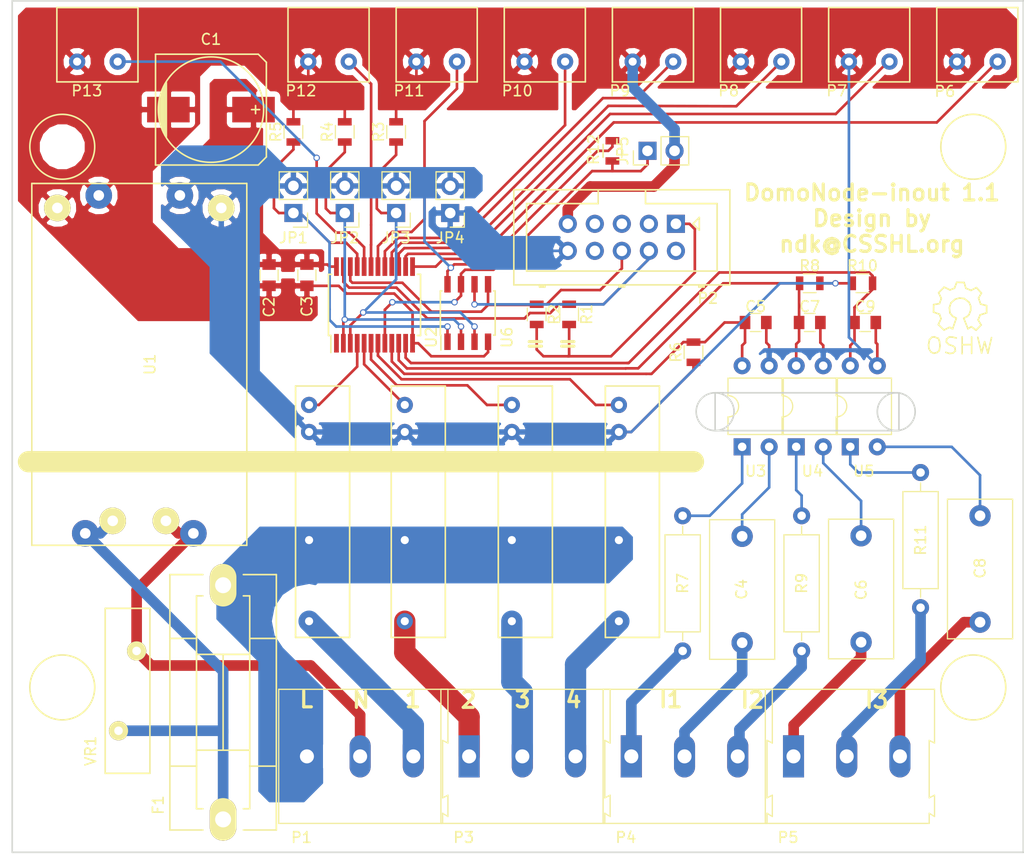
<source format=kicad_pcb>
(kicad_pcb (version 4) (host pcbnew 4.0.5+dfsg1-4)
  (layers (0 F.Cu signal) (31 B.Cu signal) (34 B.Paste user) (35 F.Paste user) (36 B.SilkS user) (37 F.SilkS user) (38 B.Mask user) (39 F.Mask user) (44 Edge.Cuts user))
  (net 0 "")
  (net 1 +5V)
  (net 2 GND)
  (net 3 +3V3)
  (net 4 /SDA)
  (net 5 /SCL)
  (net 6 /RL1)
  (net 7 /RL3)
  (net 8 /RL2)
  (net 9 /RL4)
  (net 10 /L)
  (net 11 /N)
  (net 12 "Net-(F1-Pad1)")
  (net 13 /5VEXT)
  (net 14 /RL1P)
  (net 15 /RL2P)
  (net 16 /RL3P)
  (net 17 /RL4P)
  (net 18 "Net-(C4-Pad1)")
  (net 19 /IN1)
  (net 20 "Net-(C6-Pad1)")
  (net 21 /IN2)
  (net 22 "Net-(C8-Pad1)")
  (net 23 /IN3)
  (net 24 /I1L)
  (net 25 /I1N)
  (net 26 /I2L)
  (net 27 /I2N)
  (net 28 /I3L)
  (net 29 /I3N)
  (net 30 "Net-(R7-Pad1)")
  (net 31 "Net-(R9-Pad1)")
  (net 32 "Net-(R11-Pad1)")
  (net 33 /IO0)
  (net 34 /IO1)
  (net 35 /IO2)
  (net 36 /IO3)
  (net 37 /IO4)
  (net 38 /IO5)
  (net 39 /IO6)
  (net 40 /IO7)
  (net 41 /A0)
  (net 42 /A1)
  (net 43 /A2)
  (net 44 /WP)
  (module "AAA mie lib verificate:ACDC-HLK+ND" (layer F.Cu) (at 27.432 54.61 90)
    (fp_text reference U1 (at 0 1 90) (layer F.SilkS))
    (fp_text value HLK-PM01 hide)
    (pad 1 thru_hole circle (at -14.7 -2.5 90) (size 2.5 2.5) (drill 1) (layers *.Cu *.Mask F.SilkS) (net 12 "Net-(F1-Pad1)"))
    (pad 2 thru_hole circle (at -14.7 2.5 90) (size 2.5 2.5) (drill 1) (layers *.Cu *.Mask F.SilkS) (net 11 /N))
    (pad 3 thru_hole circle (at 14.7 -7.7 90) (size 2.5 2.5) (drill 1) (layers *.Cu *.Mask F.SilkS) (net 2 GND))
    (pad 4 thru_hole circle (at 14.7 7.7 90) (size 2.5 2.5) (drill 1) (layers *.Cu *.Mask F.SilkS) (net 1 +5V))
    (pad 1 thru_hole circle (at -15.875 -5.08 90) (size 2.5 2.5) (drill 1) (layers *.Cu *.Mask) (net 12 "Net-(F1-Pad1)"))
    (pad 2 thru_hole circle (at -15.875 5.08 90) (size 2.5 2.5) (drill 1) (layers *.Cu *.Mask) (net 11 /N))
    (pad 3 thru_hole circle (at 15.875 -3.81 90) (size 2.5 2.5) (drill 1) (layers *.Cu *.Mask) (net 2 GND))
    (pad 4 thru_hole circle (at 15.875 3.81 90) (size 2.5 2.5) (drill 1) (layers *.Cu *.Mask) (net 1 +5V))
  )
  (module "AAA mie lib verificate:ScrewTerm_2x3.81" (layer F.Cu) (at 75.692 26.162)
    (fp_text reference P9 (at -3.0988 2.7432) (layer F.SilkS))
    (fp_text value CONN_01X02 hide)
    (pad 1 thru_hole circle (at -1.905 0) (size 1.524 1.524) (drill 0.762) (layers *.Cu *.Mask) (net 2 GND))
    (pad 2 thru_hole circle (at 1.905 0) (size 1.524 1.524) (drill 0.762) (layers *.Cu *.Mask) (net 36 /IO3))
  )
  (module "AAA mie lib verificate:ScrewTerm_2x3.81" (layer F.Cu) (at 23.495 26.162)
    (fp_text reference P13 (at -0.9906 2.7432) (layer F.SilkS))
    (fp_text value CONN_01X02 hide)
    (pad 1 thru_hole circle (at -1.905 0) (size 1.524 1.524) (drill 0.762) (layers *.Cu *.Mask) (net 2 GND))
    (pad 2 thru_hole circle (at 1.905 0) (size 1.524 1.524) (drill 0.762) (layers *.Cu *.Mask) (net 40 /IO7))
  )
  (module Connectors_Multicomp:Multicomp_MC9A12-1034_2x05x2.54mm_Straight (layer F.Cu) (at 77.851 41.402 180)
    (fp_text reference P2 (at -3 -7 180) (layer F.SilkS))
    (fp_text value CONN_2x5 hide)
    (pad 1 thru_hole rect (at 0 0 180) (size 1.7 1.7) (drill 1) (layers *.Cu *.Mask) (net 3 +3V3))
    (pad 2 thru_hole circle (at 0 -2.54 180) (size 1.7 1.7) (drill 1) (layers *.Cu *.Mask))
    (pad 3 thru_hole circle (at 2.54 0 180) (size 1.7 1.7) (drill 1) (layers *.Cu *.Mask))
    (pad 4 thru_hole circle (at 2.54 -2.54 180) (size 1.7 1.7) (drill 1) (layers *.Cu *.Mask) (net 5 /SCL))
    (pad 5 thru_hole circle (at 5.08 0 180) (size 1.7 1.7) (drill 1) (layers *.Cu *.Mask))
    (pad 6 thru_hole circle (at 5.08 -2.54 180) (size 1.7 1.7) (drill 1) (layers *.Cu *.Mask) (net 4 /SDA))
    (pad 7 thru_hole circle (at 7.62 0 180) (size 1.7 1.7) (drill 1) (layers *.Cu *.Mask))
    (pad 8 thru_hole circle (at 7.62 -2.54 180) (size 1.7 1.7) (drill 1) (layers *.Cu *.Mask))
    (pad 9 thru_hole circle (at 10.16 0 180) (size 1.7 1.7) (drill 1) (layers *.Cu *.Mask) (net 2 GND))
    (pad 10 thru_hole circle (at 10.16 -2.54 180) (size 1.7 1.7) (drill 1) (layers *.Cu *.Mask) (net 13 /5VEXT))
  )
  (module Fuse_Holders_and_Fuses:Fuseholder5x20_horiz_SemiClosed_Casing10x25mm (layer F.Cu) (at 35.306 86.36 90)
    (fp_text reference F1 (at -9.652 -6.096 90) (layer F.SilkS))
    (fp_text value FUSE hide)
    (pad 2 thru_hole oval (at 11.00074 0) (size 2.49936 4.0005) (drill 1.50114) (layers *.Cu *.Mask F.SilkS) (net 10 /L))
    (pad 1 thru_hole oval (at -11.00074 0) (size 2.49936 4.0005) (drill 1.50114) (layers *.Cu *.Mask F.SilkS) (net 12 "Net-(F1-Pad1)"))
  )
  (module Varistors:RV_Disc_D15.5_W4.2_P7.5 (layer F.Cu) (at 27.178 81.534 270)
    (fp_text reference VR1 (at 9.398 4.318 270) (layer F.SilkS))
    (fp_text value VR hide)
    (pad 1 thru_hole circle (at 0 0 270) (size 1.8 1.8) (drill 0.8) (layers *.Cu *.Mask F.SilkS) (net 11 /N))
    (pad 2 thru_hole circle (at 7.5 1.7 270) (size 1.8 1.8) (drill 0.8) (layers *.Cu *.Mask F.SilkS) (net 12 "Net-(F1-Pad1)"))
  )
  (module Capacitors_SMD:c_elec_10x10 (layer F.Cu) (at 34.163 30.6705)
    (fp_text reference C1 (at 0 -6.604) (layer F.SilkS))
    (fp_text value C hide)
    (pad 1 smd rect (at 4.0005 0) (size 4.0005 2.4003) (layers F.Cu F.Paste F.Mask) (net 1 +5V))
    (pad 2 smd rect (at -4.0005 0) (size 4.0005 2.4003) (layers F.Cu F.Paste F.Mask) (net 2 GND))
  )
  (module Capacitors_SMD:C_0805 (layer F.Cu) (at 39.624 46.228 270)
    (fp_text reference C2 (at 2.9972 0 270) (layer F.SilkS))
    (fp_text value C hide)
    (pad 1 smd rect (at -1 0 270) (size 1 1.25) (layers F.Cu F.Paste F.Mask) (net 1 +5V))
    (pad 2 smd rect (at 1 0 270) (size 1 1.25) (layers F.Cu F.Paste F.Mask) (net 2 GND))
  )
  (module Capacitors_SMD:C_0805 (layer F.Cu) (at 43.18 46.228 270)
    (fp_text reference C3 (at 2.9464 0 270) (layer F.SilkS))
    (fp_text value C hide)
    (pad 1 smd rect (at -1 0 270) (size 1 1.25) (layers F.Cu F.Paste F.Mask) (net 1 +5V))
    (pad 2 smd rect (at 1 0 270) (size 1 1.25) (layers F.Cu F.Paste F.Mask) (net 2 GND))
  )
  (module Resistors_SMD:R_0805 (layer F.Cu) (at 67.818 49.911 90)
    (fp_text reference R1 (at 0 1.651 90) (layer F.SilkS))
    (fp_text value 10k hide)
    (pad 1 smd rect (at -0.95 0 90) (size 0.7 1.3) (layers F.Cu F.Paste F.Mask) (net 3 +3V3))
    (pad 2 smd rect (at 0.95 0 90) (size 0.7 1.3) (layers F.Cu F.Paste F.Mask) (net 5 /SCL))
  )
  (module Resistors_SMD:R_0805 (layer F.Cu) (at 64.77 49.911 90)
    (fp_text reference R2 (at 0 1.651 90) (layer F.SilkS))
    (fp_text value 10k hide)
    (pad 1 smd rect (at -0.95 0 90) (size 0.7 1.3) (layers F.Cu F.Paste F.Mask) (net 3 +3V3))
    (pad 2 smd rect (at 0.95 0 90) (size 0.7 1.3) (layers F.Cu F.Paste F.Mask) (net 4 /SDA))
  )
  (module Resistors_SMD:R_0805 (layer F.Cu) (at 51.562 32.766 90)
    (fp_text reference R3 (at 0 -1.65 90) (layer F.SilkS))
    (fp_text value 10k hide)
    (pad 1 smd rect (at -0.95 0 90) (size 0.7 1.3) (layers F.Cu F.Paste F.Mask) (net 43 /A2))
    (pad 2 smd rect (at 0.95 0 90) (size 0.7 1.3) (layers F.Cu F.Paste F.Mask) (net 2 GND))
  )
  (module Resistors_SMD:R_0805 (layer F.Cu) (at 46.736 32.766 90)
    (fp_text reference R4 (at 0 -1.65 90) (layer F.SilkS))
    (fp_text value 10k hide)
    (pad 1 smd rect (at -0.95 0 90) (size 0.7 1.3) (layers F.Cu F.Paste F.Mask) (net 42 /A1))
    (pad 2 smd rect (at 0.95 0 90) (size 0.7 1.3) (layers F.Cu F.Paste F.Mask) (net 2 GND))
  )
  (module Resistors_SMD:R_0805 (layer F.Cu) (at 41.91 32.766 90)
    (fp_text reference R5 (at 0 -1.65 90) (layer F.SilkS))
    (fp_text value 10k hide)
    (pad 1 smd rect (at -0.95 0 90) (size 0.7 1.3) (layers F.Cu F.Paste F.Mask) (net 41 /A0))
    (pad 2 smd rect (at 0.95 0 90) (size 0.7 1.3) (layers F.Cu F.Paste F.Mask) (net 2 GND))
  )
  (module Housings_SSOP:SSOP-24_5.3x8.2mm_Pitch0.65mm (layer F.Cu) (at 49.53 49.022 90)
    (fp_text reference U2 (at -3.048 5.334 90) (layer F.SilkS))
    (fp_text value PCA9555 hide)
    (pad 1 smd rect (at -3.6 -3.575 90) (size 1.75 0.45) (layers F.Cu F.Paste F.Mask))
    (pad 2 smd rect (at -3.6 -2.925 90) (size 1.75 0.45) (layers F.Cu F.Paste F.Mask) (net 42 /A1))
    (pad 3 smd rect (at -3.6 -2.275 90) (size 1.75 0.45) (layers F.Cu F.Paste F.Mask) (net 43 /A2))
    (pad 4 smd rect (at -3.6 -1.625 90) (size 1.75 0.45) (layers F.Cu F.Paste F.Mask) (net 6 /RL1))
    (pad 5 smd rect (at -3.6 -0.975 90) (size 1.75 0.45) (layers F.Cu F.Paste F.Mask) (net 8 /RL2))
    (pad 6 smd rect (at -3.6 -0.325 90) (size 1.75 0.45) (layers F.Cu F.Paste F.Mask) (net 7 /RL3))
    (pad 7 smd rect (at -3.6 0.325 90) (size 1.75 0.45) (layers F.Cu F.Paste F.Mask) (net 9 /RL4))
    (pad 8 smd rect (at -3.6 0.975 90) (size 1.75 0.45) (layers F.Cu F.Paste F.Mask) (net 44 /WP))
    (pad 9 smd rect (at -3.6 1.625 90) (size 1.75 0.45) (layers F.Cu F.Paste F.Mask) (net 19 /IN1))
    (pad 10 smd rect (at -3.6 2.275 90) (size 1.75 0.45) (layers F.Cu F.Paste F.Mask) (net 21 /IN2))
    (pad 11 smd rect (at -3.6 2.925 90) (size 1.75 0.45) (layers F.Cu F.Paste F.Mask) (net 23 /IN3))
    (pad 12 smd rect (at -3.6 3.575 90) (size 1.75 0.45) (layers F.Cu F.Paste F.Mask) (net 2 GND))
    (pad 13 smd rect (at 3.6 3.575 90) (size 1.75 0.45) (layers F.Cu F.Paste F.Mask) (net 33 /IO0))
    (pad 14 smd rect (at 3.6 2.925 90) (size 1.75 0.45) (layers F.Cu F.Paste F.Mask) (net 34 /IO1))
    (pad 15 smd rect (at 3.6 2.275 90) (size 1.75 0.45) (layers F.Cu F.Paste F.Mask) (net 35 /IO2))
    (pad 16 smd rect (at 3.6 1.625 90) (size 1.75 0.45) (layers F.Cu F.Paste F.Mask) (net 36 /IO3))
    (pad 17 smd rect (at 3.6 0.975 90) (size 1.75 0.45) (layers F.Cu F.Paste F.Mask) (net 37 /IO4))
    (pad 18 smd rect (at 3.6 0.325 90) (size 1.75 0.45) (layers F.Cu F.Paste F.Mask) (net 38 /IO5))
    (pad 19 smd rect (at 3.6 -0.325 90) (size 1.75 0.45) (layers F.Cu F.Paste F.Mask) (net 39 /IO6))
    (pad 20 smd rect (at 3.6 -0.975 90) (size 1.75 0.45) (layers F.Cu F.Paste F.Mask) (net 40 /IO7))
    (pad 21 smd rect (at 3.6 -1.625 90) (size 1.75 0.45) (layers F.Cu F.Paste F.Mask) (net 41 /A0))
    (pad 22 smd rect (at 3.6 -2.275 90) (size 1.75 0.45) (layers F.Cu F.Paste F.Mask) (net 4 /SDA))
    (pad 23 smd rect (at 3.6 -2.925 90) (size 1.75 0.45) (layers F.Cu F.Paste F.Mask) (net 5 /SCL))
    (pad 24 smd rect (at 3.6 -3.575 90) (size 1.75 0.45) (layers F.Cu F.Paste F.Mask) (net 1 +5V))
  )
  (module Capacitors_SMD:C_0805 (layer F.Cu) (at 85.344 50.673)
    (fp_text reference C5 (at 0 -1.5) (layer F.SilkS))
    (fp_text value 1uF hide)
    (pad 1 smd rect (at -1 0) (size 1 1.25) (layers F.Cu F.Paste F.Mask) (net 19 /IN1))
    (pad 2 smd rect (at 1 0) (size 1 1.25) (layers F.Cu F.Paste F.Mask) (net 2 GND))
  )
  (module Capacitors_SMD:C_0805 (layer F.Cu) (at 90.424 50.673)
    (fp_text reference C7 (at 0 -1.5) (layer F.SilkS))
    (fp_text value 1uF hide)
    (pad 1 smd rect (at -1 0) (size 1 1.25) (layers F.Cu F.Paste F.Mask) (net 21 /IN2))
    (pad 2 smd rect (at 1 0) (size 1 1.25) (layers F.Cu F.Paste F.Mask) (net 2 GND))
  )
  (module Capacitors_SMD:C_0805 (layer F.Cu) (at 95.631 50.673)
    (fp_text reference C9 (at 0 -1.5) (layer F.SilkS))
    (fp_text value 1uF hide)
    (pad 1 smd rect (at -1 0) (size 1 1.25) (layers F.Cu F.Paste F.Mask) (net 23 /IN3))
    (pad 2 smd rect (at 1 0) (size 1 1.25) (layers F.Cu F.Paste F.Mask) (net 2 GND))
  )
  (module Resistors_SMD:R_0805 (layer F.Cu) (at 79.502 53.467 90)
    (fp_text reference R6 (at 0 -1.65 90) (layer F.SilkS))
    (fp_text value 10k hide)
    (pad 1 smd rect (at -0.95 0 90) (size 0.7 1.3) (layers F.Cu F.Paste F.Mask) (net 1 +5V))
    (pad 2 smd rect (at 0.95 0 90) (size 0.7 1.3) (layers F.Cu F.Paste F.Mask) (net 19 /IN1))
  )
  (module Resistors_ThroughHole:R_Axial_DIN0309_L9.0mm_D3.2mm_P12.70mm_Horizontal (layer F.Cu) (at 78.486 68.834 270)
    (fp_text reference R7 (at 6.35 0 270) (layer F.SilkS))
    (fp_text value 1k)
    (pad 1 thru_hole circle (at 0 0 270) (size 1.6 1.6) (drill 0.8) (layers *.Cu *.Mask) (net 30 "Net-(R7-Pad1)"))
    (pad 2 thru_hole oval (at 12.7 0 270) (size 1.6 1.6) (drill 0.8) (layers *.Cu *.Mask) (net 24 /I1L))
  )
  (module Resistors_SMD:R_0805 (layer F.Cu) (at 90.424 46.99 180)
    (fp_text reference R8 (at 0 1.651 180) (layer F.SilkS))
    (fp_text value 10k hide)
    (pad 1 smd rect (at -0.95 0 180) (size 0.7 1.3) (layers F.Cu F.Paste F.Mask) (net 1 +5V))
    (pad 2 smd rect (at 0.95 0 180) (size 0.7 1.3) (layers F.Cu F.Paste F.Mask) (net 21 /IN2))
  )
  (module Resistors_ThroughHole:R_Axial_DIN0309_L9.0mm_D3.2mm_P12.70mm_Horizontal (layer F.Cu) (at 89.662 68.834 270)
    (fp_text reference R9 (at 6.35 0 270) (layer F.SilkS))
    (fp_text value 1k hide)
    (pad 1 thru_hole circle (at 0 0 270) (size 1.6 1.6) (drill 0.8) (layers *.Cu *.Mask) (net 31 "Net-(R9-Pad1)"))
    (pad 2 thru_hole oval (at 12.7 0 270) (size 1.6 1.6) (drill 0.8) (layers *.Cu *.Mask) (net 26 /I2L))
  )
  (module Resistors_SMD:R_0805 (layer F.Cu) (at 95.377 46.99)
    (fp_text reference R10 (at 0 -1.65) (layer F.SilkS))
    (fp_text value 10k hide)
    (pad 1 smd rect (at -0.95 0) (size 0.7 1.3) (layers F.Cu F.Paste F.Mask) (net 1 +5V))
    (pad 2 smd rect (at 0.95 0) (size 0.7 1.3) (layers F.Cu F.Paste F.Mask) (net 23 /IN3))
  )
  (module Resistors_ThroughHole:R_Axial_DIN0309_L9.0mm_D3.2mm_P12.70mm_Horizontal (layer F.Cu) (at 100.838 64.77 270)
    (fp_text reference R11 (at 6.35 0 270) (layer F.SilkS))
    (fp_text value 1k hide)
    (pad 1 thru_hole circle (at 0 0 270) (size 1.6 1.6) (drill 0.8) (layers *.Cu *.Mask) (net 32 "Net-(R11-Pad1)"))
    (pad 2 thru_hole oval (at 12.7 0 270) (size 1.6 1.6) (drill 0.8) (layers *.Cu *.Mask) (net 28 /I3L))
  )
  (module Housings_DIP:DIP-4_W7.62mm (layer F.Cu) (at 84.074 62.357 90)
    (fp_text reference U3 (at -2.286 1.27 360) (layer F.SilkS))
    (fp_text value TLP620 hide)
    (pad 1 thru_hole rect (at 0 0 90) (size 1.6 1.6) (drill 0.8) (layers *.Cu *.Mask) (net 30 "Net-(R7-Pad1)"))
    (pad 3 thru_hole oval (at 7.62 2.54 90) (size 1.6 1.6) (drill 0.8) (layers *.Cu *.Mask) (net 2 GND))
    (pad 2 thru_hole oval (at 0 2.54 90) (size 1.6 1.6) (drill 0.8) (layers *.Cu *.Mask) (net 18 "Net-(C4-Pad1)"))
    (pad 4 thru_hole oval (at 7.62 0 90) (size 1.6 1.6) (drill 0.8) (layers *.Cu *.Mask) (net 19 /IN1))
  )
  (module Housings_DIP:DIP-4_W7.62mm (layer F.Cu) (at 89.154 62.357 90)
    (fp_text reference U4 (at -2.286 1.524 360) (layer F.SilkS))
    (fp_text value TLP620 hide)
    (pad 1 thru_hole rect (at 0 0 90) (size 1.6 1.6) (drill 0.8) (layers *.Cu *.Mask) (net 31 "Net-(R9-Pad1)"))
    (pad 3 thru_hole oval (at 7.62 2.54 90) (size 1.6 1.6) (drill 0.8) (layers *.Cu *.Mask) (net 2 GND))
    (pad 2 thru_hole oval (at 0 2.54 90) (size 1.6 1.6) (drill 0.8) (layers *.Cu *.Mask) (net 20 "Net-(C6-Pad1)"))
    (pad 4 thru_hole oval (at 7.62 0 90) (size 1.6 1.6) (drill 0.8) (layers *.Cu *.Mask) (net 21 /IN2))
  )
  (module Housings_DIP:DIP-4_W7.62mm (layer F.Cu) (at 94.234 62.357 90)
    (fp_text reference U5 (at -2.286 1.27 360) (layer F.SilkS))
    (fp_text value TLP620 hide)
    (pad 1 thru_hole rect (at 0 0 90) (size 1.6 1.6) (drill 0.8) (layers *.Cu *.Mask) (net 32 "Net-(R11-Pad1)"))
    (pad 3 thru_hole oval (at 7.62 2.54 90) (size 1.6 1.6) (drill 0.8) (layers *.Cu *.Mask) (net 2 GND))
    (pad 2 thru_hole oval (at 0 2.54 90) (size 1.6 1.6) (drill 0.8) (layers *.Cu *.Mask) (net 22 "Net-(C8-Pad1)"))
    (pad 4 thru_hole oval (at 7.62 0 90) (size 1.6 1.6) (drill 0.8) (layers *.Cu *.Mask) (net 23 /IN3))
  )
  (module "AAA mie lib verificate:ScrewTerm_2x3.81" (layer F.Cu) (at 106.172 26.162)
    (fp_text reference P6 (at -3.048 2.794) (layer F.SilkS))
    (fp_text value CONN_01X02 hide)
    (pad 1 thru_hole circle (at -1.905 0) (size 1.524 1.524) (drill 0.762) (layers *.Cu *.Mask) (net 2 GND))
    (pad 2 thru_hole circle (at 1.905 0) (size 1.524 1.524) (drill 0.762) (layers *.Cu *.Mask) (net 33 /IO0))
  )
  (module "AAA mie lib verificate:ScrewTerm_2x3.81" (layer F.Cu) (at 96.012 26.162)
    (fp_text reference P7 (at -3.048 2.7432) (layer F.SilkS))
    (fp_text value CONN_01X02 hide)
    (pad 1 thru_hole circle (at -1.905 0) (size 1.524 1.524) (drill 0.762) (layers *.Cu *.Mask) (net 2 GND))
    (pad 2 thru_hole circle (at 1.905 0) (size 1.524 1.524) (drill 0.762) (layers *.Cu *.Mask) (net 34 /IO1))
  )
  (module "AAA mie lib verificate:ScrewTerm_2x3.81" (layer F.Cu) (at 85.852 26.162)
    (fp_text reference P8 (at -3.048 2.7432) (layer F.SilkS))
    (fp_text value CONN_01X02 hide)
    (pad 1 thru_hole circle (at -1.905 0) (size 1.524 1.524) (drill 0.762) (layers *.Cu *.Mask) (net 2 GND))
    (pad 2 thru_hole circle (at 1.905 0) (size 1.524 1.524) (drill 0.762) (layers *.Cu *.Mask) (net 35 /IO2))
  )
  (module "AAA mie lib verificate:ScrewTerm_2x3.81" (layer F.Cu) (at 65.532 26.162)
    (fp_text reference P10 (at -2.5908 2.7432) (layer F.SilkS))
    (fp_text value CONN_01X02 hide)
    (pad 1 thru_hole circle (at -1.905 0) (size 1.524 1.524) (drill 0.762) (layers *.Cu *.Mask) (net 2 GND))
    (pad 2 thru_hole circle (at 1.905 0) (size 1.524 1.524) (drill 0.762) (layers *.Cu *.Mask) (net 37 /IO4))
  )
  (module "AAA mie lib verificate:ScrewTerm_2x3.81" (layer F.Cu) (at 55.372 26.162)
    (fp_text reference P11 (at -2.5908 2.7432) (layer F.SilkS))
    (fp_text value CONN_01X02 hide)
    (pad 1 thru_hole circle (at -1.905 0) (size 1.524 1.524) (drill 0.762) (layers *.Cu *.Mask) (net 2 GND))
    (pad 2 thru_hole circle (at 1.905 0) (size 1.524 1.524) (drill 0.762) (layers *.Cu *.Mask) (net 38 /IO5))
  )
  (module "AAA mie lib verificate:ScrewTerm_2x3.81" (layer F.Cu) (at 45.212 26.162)
    (fp_text reference P12 (at -2.5908 2.7432) (layer F.SilkS))
    (fp_text value CONN_01X02 hide)
    (pad 1 thru_hole circle (at -1.905 0) (size 1.524 1.524) (drill 0.762) (layers *.Cu *.Mask) (net 2 GND))
    (pad 2 thru_hole circle (at 1.905 0) (size 1.524 1.524) (drill 0.762) (layers *.Cu *.Mask) (net 39 /IO6))
  )
  (module Pin_Headers:Pin_Header_Straight_1x02_Pitch2.54mm (layer F.Cu) (at 41.91 40.386 180)
    (fp_text reference JP1 (at 0 -2.33 180) (layer F.SilkS))
    (fp_text value Jumper_NO_Small hide)
    (pad 1 thru_hole rect (at 0 0 180) (size 1.7 1.7) (drill 1) (layers *.Cu *.Mask) (net 41 /A0))
    (pad 2 thru_hole oval (at 0 2.54 180) (size 1.7 1.7) (drill 1) (layers *.Cu *.Mask) (net 1 +5V))
  )
  (module Pin_Headers:Pin_Header_Straight_1x02_Pitch2.54mm (layer F.Cu) (at 46.736 40.386 180)
    (fp_text reference JP2 (at 0 -2.33 180) (layer F.SilkS))
    (fp_text value Jumper_NO_Small hide)
    (pad 1 thru_hole rect (at 0 0 180) (size 1.7 1.7) (drill 1) (layers *.Cu *.Mask) (net 42 /A1))
    (pad 2 thru_hole oval (at 0 2.54 180) (size 1.7 1.7) (drill 1) (layers *.Cu *.Mask) (net 1 +5V))
  )
  (module Pin_Headers:Pin_Header_Straight_1x02_Pitch2.54mm (layer F.Cu) (at 51.562 40.386 180)
    (fp_text reference JP3 (at 0 -2.33 180) (layer F.SilkS))
    (fp_text value Jumper_NO_Small hide)
    (pad 1 thru_hole rect (at 0 0 180) (size 1.7 1.7) (drill 1) (layers *.Cu *.Mask) (net 43 /A2))
    (pad 2 thru_hole oval (at 0 2.54 180) (size 1.7 1.7) (drill 1) (layers *.Cu *.Mask) (net 1 +5V))
  )
  (module Pin_Headers:Pin_Header_Straight_1x02_Pitch2.54mm (layer F.Cu) (at 56.642 40.386 180)
    (fp_text reference JP4 (at 0 -2.33 180) (layer F.SilkS))
    (fp_text value Jumper_NC_Small hide)
    (pad 1 thru_hole rect (at 0 0 180) (size 1.7 1.7) (drill 1) (layers *.Cu *.Mask) (net 13 /5VEXT))
    (pad 2 thru_hole oval (at 0 2.54 180) (size 1.7 1.7) (drill 1) (layers *.Cu *.Mask) (net 1 +5V))
  )
  (module SOIC-8_3.9x4.9mm_Pitch1.27mm (layer F.Cu) (at 58.293 49.784 90)
    (fp_text reference U6 (at -2.286 3.683 90) (layer F.SilkS))
    (fp_text value 24LC02 hide)
    (pad 1 smd rect (at -2.7 -1.905 90) (size 1.55 0.6) (layers F.Cu F.Paste F.Mask) (net 41 /A0))
    (pad 2 smd rect (at -2.7 -0.635 90) (size 1.55 0.6) (layers F.Cu F.Paste F.Mask) (net 42 /A1))
    (pad 3 smd rect (at -2.7 0.635 90) (size 1.55 0.6) (layers F.Cu F.Paste F.Mask) (net 43 /A2))
    (pad 4 smd rect (at -2.7 1.905 90) (size 1.55 0.6) (layers F.Cu F.Paste F.Mask) (net 2 GND))
    (pad 5 smd rect (at 2.7 1.905 90) (size 1.55 0.6) (layers F.Cu F.Paste F.Mask) (net 4 /SDA))
    (pad 6 smd rect (at 2.7 0.635 90) (size 1.55 0.6) (layers F.Cu F.Paste F.Mask) (net 5 /SCL))
    (pad 7 smd rect (at 2.7 -0.635 90) (size 1.55 0.6) (layers F.Cu F.Paste F.Mask) (net 44 /WP))
    (pad 8 smd rect (at 2.7 -1.905 90) (size 1.55 0.6) (layers F.Cu F.Paste F.Mask) (net 1 +5V))
  )
  (module "AAA mie lib verificate:G3MB" (layer F.Cu) (at 72.4916 58.42 270)
    (fp_text reference RL4 hide)
    (fp_text value Omron_G3MB-202)
    (pad 4 thru_hole circle (at 0 0 270) (size 1.524 1.524) (drill 0.762) (layers *.Cu *.Mask) (net 9 /RL4))
    (pad 3 thru_hole circle (at 2.54 0 270) (size 1.524 1.524) (drill 0.762) (layers *.Cu *.Mask) (net 1 +5V))
    (pad 2 thru_hole circle (at 12.7 0 270) (size 1.524 1.524) (drill 0.762) (layers *.Cu *.Mask) (net 10 /L))
    (pad 1 thru_hole circle (at 20.32 0 270) (size 1.524 1.524) (drill 0.762) (layers *.Cu *.Mask) (net 17 /RL4P))
  )
  (module "AAA mie lib verificate:G3MB" (layer F.Cu) (at 52.3748 58.42 270)
    (fp_text reference RL2 hide)
    (fp_text value Omron_G3MB-202)
    (pad 4 thru_hole circle (at 0 0 270) (size 1.524 1.524) (drill 0.762) (layers *.Cu *.Mask) (net 8 /RL2))
    (pad 3 thru_hole circle (at 2.54 0 270) (size 1.524 1.524) (drill 0.762) (layers *.Cu *.Mask) (net 1 +5V))
    (pad 2 thru_hole circle (at 12.7 0 270) (size 1.524 1.524) (drill 0.762) (layers *.Cu *.Mask) (net 10 /L))
    (pad 1 thru_hole circle (at 20.32 0 270) (size 1.524 1.524) (drill 0.762) (layers *.Cu *.Mask) (net 15 /RL2P))
  )
  (module "AAA mie lib verificate:G3MB" (layer F.Cu) (at 43.3832 58.42 270)
    (fp_text reference RL1 hide)
    (fp_text value Omron_G3MB-202)
    (pad 4 thru_hole circle (at 0 0 270) (size 1.524 1.524) (drill 0.762) (layers *.Cu *.Mask) (net 6 /RL1))
    (pad 3 thru_hole circle (at 2.54 0 270) (size 1.524 1.524) (drill 0.762) (layers *.Cu *.Mask) (net 1 +5V))
    (pad 2 thru_hole circle (at 12.7 0 270) (size 1.524 1.524) (drill 0.762) (layers *.Cu *.Mask) (net 10 /L))
    (pad 1 thru_hole circle (at 20.32 0 270) (size 1.524 1.524) (drill 0.762) (layers *.Cu *.Mask) (net 14 /RL1P))
  )
  (module "AAA mie lib verificate:G3MB" (layer F.Cu) (at 62.4332 58.42 270)
    (fp_text reference RL3 hide)
    (fp_text value Omron_G3MB-202)
    (pad 4 thru_hole circle (at 0 0 270) (size 1.524 1.524) (drill 0.762) (layers *.Cu *.Mask) (net 7 /RL3))
    (pad 3 thru_hole circle (at 2.54 0 270) (size 1.524 1.524) (drill 0.762) (layers *.Cu *.Mask) (net 1 +5V))
    (pad 2 thru_hole circle (at 12.7 0 270) (size 1.524 1.524) (drill 0.762) (layers *.Cu *.Mask) (net 10 /L))
    (pad 1 thru_hole circle (at 20.32 0 270) (size 1.524 1.524) (drill 0.762) (layers *.Cu *.Mask) (net 16 /RL3P))
  )
  (module Capacitors_ThroughHole:C_Rect_L13.0mm_W6.0mm_P10.00mm_FKS3_FKP3_MKS4 (layer F.Cu) (at 106.426 68.834 270)
    (fp_text reference C8 (at 4.9276 0 270) (layer F.SilkS))
    (fp_text value "0.1uF X2")
    (pad 1 thru_hole circle (at 0 0 270) (size 2 2) (drill 1) (layers *.Cu *.Mask) (net 22 "Net-(C8-Pad1)"))
    (pad 2 thru_hole circle (at 10 0 270) (size 2 2) (drill 1) (layers *.Cu *.Mask) (net 29 /I3N))
  )
  (module Capacitors_ThroughHole:C_Rect_L13.0mm_W6.0mm_P10.00mm_FKS3_FKP3_MKS4 (layer F.Cu) (at 95.25 70.7136 270)
    (fp_text reference C6 (at 5.08 0 270) (layer F.SilkS))
    (fp_text value "0.1uF X2")
    (pad 1 thru_hole circle (at 0 0 270) (size 2 2) (drill 1) (layers *.Cu *.Mask) (net 20 "Net-(C6-Pad1)"))
    (pad 2 thru_hole circle (at 10 0 270) (size 2 2) (drill 1) (layers *.Cu *.Mask) (net 27 /I2N))
  )
  (module Capacitors_ThroughHole:C_Rect_L13.0mm_W6.0mm_P10.00mm_FKS3_FKP3_MKS4 (layer F.Cu) (at 84.074 70.7644 270)
    (fp_text reference C4 (at 4.9784 0.0508 270) (layer F.SilkS))
    (fp_text value "0.1uF X2")
    (pad 1 thru_hole circle (at 0 0 270) (size 2 2) (drill 1) (layers *.Cu *.Mask) (net 18 "Net-(C4-Pad1)"))
    (pad 2 thru_hole circle (at 10 0 270) (size 2 2) (drill 1) (layers *.Cu *.Mask) (net 25 /I1N))
  )
  (module "AAA mie lib verificate:AK300-3" (layer F.Cu) (at 43.18 91.44)
    (fp_text reference P1 (at -0.508 7.62) (layer F.SilkS))
    (fp_text value CONN_01X03 hide)
    (pad 1 thru_hole rect (at 0 0) (size 1.98 3.96) (drill 1.32) (layers *.Cu *.Paste *.Mask) (net 10 /L))
    (pad 2 thru_hole oval (at 5 0) (size 1.98 3.96) (drill 1.32) (layers *.Cu *.Paste *.Mask) (net 11 /N))
    (pad 3 thru_hole oval (at 10 0) (size 1.98 3.96) (drill 1.32) (layers *.Cu *.Paste *.Mask) (net 14 /RL1P))
  )
  (module "AAA mie lib verificate:AK300-3" (layer F.Cu) (at 58.42 91.44)
    (fp_text reference P3 (at -0.508 7.62) (layer F.SilkS))
    (fp_text value CONN_01X03 hide)
    (pad 1 thru_hole rect (at 0 0) (size 1.98 3.96) (drill 1.32) (layers *.Cu *.Paste *.Mask) (net 15 /RL2P))
    (pad 2 thru_hole oval (at 5 0) (size 1.98 3.96) (drill 1.32) (layers *.Cu *.Paste *.Mask) (net 16 /RL3P))
    (pad 3 thru_hole oval (at 10 0) (size 1.98 3.96) (drill 1.32) (layers *.Cu *.Paste *.Mask) (net 17 /RL4P))
  )
  (module "AAA mie lib verificate:AK300-3" (layer F.Cu) (at 73.66 91.44)
    (fp_text reference P4 (at -0.508 7.62) (layer F.SilkS))
    (fp_text value CONN_01X03 hide)
    (pad 1 thru_hole rect (at 0 0) (size 1.98 3.96) (drill 1.32) (layers *.Cu *.Paste *.Mask) (net 24 /I1L))
    (pad 2 thru_hole oval (at 5 0) (size 1.98 3.96) (drill 1.32) (layers *.Cu *.Paste *.Mask) (net 25 /I1N))
    (pad 3 thru_hole oval (at 10 0) (size 1.98 3.96) (drill 1.32) (layers *.Cu *.Paste *.Mask) (net 26 /I2L))
  )
  (module "AAA mie lib verificate:AK300-3" (layer F.Cu) (at 88.9 91.44)
    (fp_text reference P5 (at -0.508 7.62) (layer F.SilkS))
    (fp_text value CONN_01X03 hide)
    (pad 1 thru_hole rect (at 0 0) (size 1.98 3.96) (drill 1.32) (layers *.Cu *.Paste *.Mask) (net 27 /I2N))
    (pad 2 thru_hole oval (at 5 0) (size 1.98 3.96) (drill 1.32) (layers *.Cu *.Paste *.Mask) (net 28 /I3L))
    (pad 3 thru_hole oval (at 10 0) (size 1.98 3.96) (drill 1.32) (layers *.Cu *.Paste *.Mask) (net 29 /I3N))
  )
  (module Symbols:Symbol_OSHW-Logo_SilkScreen (layer F.Cu) (at 104.5464 49.3776)
    (fp_text reference REF** hide)
    (fp_text value Symbol_OSHW-Logo_SilkScreen hide)
  )
  (module Resistors_SMD:R_0805 (layer F.Cu) (at 71.882 34.544 270)
    (fp_text reference R12 (at -0.127 1.778 270) (layer F.SilkS))
    (fp_text value 10k)
    (pad 1 smd rect (at -0.95 0 270) (size 0.7 1.3) (layers F.Cu F.Paste F.Mask) (net 1 +5V))
    (pad 2 smd rect (at 0.95 0 270) (size 0.7 1.3) (layers F.Cu F.Paste F.Mask) (net 44 /WP))
  )
  (module AAA_Mie_lib_verificate:Enclosure_DIN_6p_nomargin (layer F.Cu) (at 15.494 100.457)
    (fp_text reference BOX hide)
    (fp_text value "" (at -0.889 -7.62 90) (layer F.SilkS))
    (pad "" np_thru_hole circle (at 4.699 -66.294) (size 3.2 3.2) (drill 3.2) (layers *.Cu *.Mask))
    (pad "" np_thru_hole circle (at 4.699 -15.494) (size 3.2 3.2) (drill 3.2) (layers *.Cu *.Mask))
    (pad "" np_thru_hole circle (at 90.297 -15.494) (size 3.2 3.2) (drill 3.2) (layers *.Cu *.Mask))
    (pad "" np_thru_hole circle (at 90.297 -66.294) (size 3.2 3.2) (drill 3.2) (layers *.Cu *.Mask))
  )
  (module Pin_Headers:Pin_Header_Straight_1x02_Pitch2.54mm (layer F.Cu) (at 75.184 34.544 90)
    (fp_text reference JP5 (at 0 -2.33 90) (layer F.SilkS))
    (fp_text value Jumper_NC_Small hide)
    (pad 1 thru_hole rect (at 0 0 90) (size 1.7 1.7) (drill 1) (layers *.Cu *.Mask) (net 44 /WP))
    (pad 2 thru_hole oval (at 0 2.54 90) (size 1.7 1.7) (drill 1) (layers *.Cu *.Mask) (net 2 GND))
  )
  (gr_line (start 15.494 20.447) (end 110.49 20.447) (angle 90) (layer Edge.Cuts) (width 0.15))
  (gr_line (start 15.494 100.457) (end 15.494 20.447) (angle 90) (layer Edge.Cuts) (width 0.15))
  (gr_line (start 110.49 100.457) (end 15.494 100.457) (angle 90) (layer Edge.Cuts) (width 0.15))
  (gr_line (start 110.49 20.447) (end 110.49 100.457) (angle 90) (layer Edge.Cuts) (width 0.15))
  (gr_text = (at 67.691 52.578) (layer F.SilkS) (effects (font (size 1.5 1.5) (thickness 0.3))))
  (gr_text = (at 64.643 52.578) (layer F.SilkS) (effects (font (size 1.5 1.5) (thickness 0.3))))
  (gr_text I3 (at 96.7232 86.1568) (layer F.SilkS) (effects (font (size 1.5 1.5) (thickness 0.3))))
  (gr_text I2 (at 85.0392 86.1568) (layer F.SilkS) (effects (font (size 1.5 1.5) (thickness 0.3))))
  (gr_text I1 (at 77.3684 86.106) (layer F.SilkS) (effects (font (size 1.5 1.5) (thickness 0.3))))
  (gr_line (start 81.534 60.833) (end 81.534 57.277) (angle 90) (layer Edge.Cuts) (width 0.15))
  (gr_line (start 98.806 60.833) (end 81.534 60.833) (angle 90) (layer Edge.Cuts) (width 0.15))
  (gr_line (start 98.806 57.277) (end 98.806 60.833) (angle 90) (layer Edge.Cuts) (width 0.15))
  (gr_line (start 81.534 57.277) (end 98.806 57.277) (angle 90) (layer Edge.Cuts) (width 0.15))
  (gr_circle (center 98.552 59.055) (end 100.33 59.055) (layer Edge.Cuts) (width 0.15))
  (gr_circle (center 81.534 59.055) (end 83.312 59.055) (layer Edge.Cuts) (width 0.15))
  (gr_line (start 17.018 63.754) (end 79.5 63.754) (angle 90) (layer F.SilkS) (width 2))
  (gr_text "DomoNode-inout 1.1\nDesign by\nndk@CSSHL.org" (at 96.266 40.894) (layer F.SilkS) (effects (font (size 1.5 1.5) (thickness 0.3))))
  (gr_text 1 (at 53.1368 86.106) (layer F.SilkS) (effects (font (size 1.5 1.5) (thickness 0.3))))
  (gr_text 2 (at 58.3692 86.1568) (layer F.SilkS) (effects (font (size 1.5 1.5) (thickness 0.3))))
  (gr_text 3 (at 63.4492 86.106) (layer F.SilkS) (effects (font (size 1.5 1.5) (thickness 0.3))))
  (gr_text 4 (at 68.2244 86.106) (layer F.SilkS) (effects (font (size 1.5 1.5) (thickness 0.3))))
  (gr_text L (at 43.1292 86.106) (layer F.SilkS) (effects (font (size 1.5 1.5) (thickness 0.3))))
  (gr_text N (at 48.26 86.1568) (layer F.SilkS) (effects (font (size 1.5 1.5) (thickness 0.3))))
  (segment (start 54.229 37.846) (end 54.229 43.053) (width 0.25) (layer B.Cu) (net 1))
  (via (at 56.7055 45.5295) (size 0.6) (drill 0.4) (layers F.Cu B.Cu) (net 1))
  (segment (start 54.229 43.053) (end 56.7055 45.5295) (width 0.25) (layer B.Cu) (net 1))
  (segment (start 70.485 34.544) (end 71.501 34.544) (width 0.25) (layer F.Cu) (net 1))
  (segment (start 71.501 34.544) (end 71.882 34.163) (width 0.25) (layer F.Cu) (net 1))
  (segment (start 71.882 34.163) (end 71.882 33.594) (width 0.25) (layer F.Cu) (net 1))
  (segment (start 57.023 45.212) (end 59.817 45.212) (width 0.25) (layer F.Cu) (net 1))
  (segment (start 59.817 45.212) (end 70.485 34.544) (width 0.25) (layer F.Cu) (net 1))
  (segment (start 56.7055 45.5295) (end 57.023 45.212) (width 0.25) (layer F.Cu) (net 1))
  (segment (start 56.388 45.847) (end 56.7055 45.5295) (width 0.25) (layer F.Cu) (net 1))
  (segment (start 56.388 47.084) (end 56.388 45.847) (width 0.25) (layer F.Cu) (net 1))
  (segment (start 91.374 46.99) (end 92.837 46.99) (width 0.25) (layer F.Cu) (net 1))
  (segment (start 72.4916 60.96) (end 73.66 60.96) (width 0.25) (layer B.Cu) (net 1))
  (segment (start 92.837 46.99) (end 94.427 46.99) (width 0.25) (layer F.Cu) (net 1))
  (via (at 92.837 46.99) (size 0.6) (drill 0.4) (layers F.Cu B.Cu) (net 1))
  (segment (start 87.63 46.99) (end 92.837 46.99) (width 0.25) (layer B.Cu) (net 1))
  (segment (start 73.66 60.96) (end 87.63 46.99) (width 0.25) (layer B.Cu) (net 1))
  (segment (start 79.502 54.417) (end 79.502 55.118) (width 0.25) (layer F.Cu) (net 1))
  (segment (start 73.66 60.96) (end 72.4916 60.96) (width 0.25) (layer F.Cu) (net 1))
  (segment (start 79.502 55.118) (end 73.66 60.96) (width 0.25) (layer F.Cu) (net 1))
  (segment (start 43.3832 60.96) (end 54.61 60.96) (width 0.508) (layer B.Cu) (net 1))
  (segment (start 35.132 39.91) (end 35.132 52.7088) (width 0.508) (layer B.Cu) (net 1))
  (segment (start 35.132 52.7088) (end 43.3832 60.96) (width 0.508) (layer B.Cu) (net 1))
  (segment (start 35.132 39.91) (end 35.1856 39.91) (width 0.25) (layer B.Cu) (net 1))
  (segment (start 35.132 39.91) (end 35.132 39.9072) (width 0.25) (layer F.Cu) (net 1))
  (segment (start 35.132 39.9072) (end 32.5628 37.338) (width 0.25) (layer F.Cu) (net 1))
  (segment (start 32.5628 37.4142) (end 31.242 38.735) (width 0.25) (layer F.Cu) (net 1))
  (segment (start 32.5628 37.338) (end 32.5628 37.4142) (width 0.25) (layer F.Cu) (net 1))
  (segment (start 56.708 37.912) (end 56.642 37.846) (width 0.25) (layer B.Cu) (net 1))
  (segment (start 45.955 45.422) (end 45.295 45.422) (width 0.25) (layer F.Cu) (net 1))
  (segment (start 45.101 45.228) (end 43.18 45.228) (width 0.25) (layer F.Cu) (net 1))
  (segment (start 45.295 45.422) (end 45.101 45.228) (width 0.25) (layer F.Cu) (net 1))
  (segment (start 64.77 60.96) (end 72.4916 60.96) (width 0.508) (layer B.Cu) (net 1))
  (segment (start 54.61 60.96) (end 64.77 60.96) (width 0.508) (layer B.Cu) (net 1))
  (segment (start 41.91 37.846) (end 46.736 37.846) (width 0.25) (layer B.Cu) (net 1))
  (segment (start 36.942 37.846) (end 35.132 39.91) (width 0.25) (layer B.Cu) (net 1))
  (segment (start 41.91 37.846) (end 36.942 37.846) (width 0.25) (layer B.Cu) (net 1))
  (segment (start 39.624 45.228) (end 43.18 45.228) (width 0.25) (layer F.Cu) (net 1))
  (segment (start 39.624 44.148) (end 39.624 45.228) (width 0.25) (layer F.Cu) (net 1))
  (segment (start 35.132 39.91) (end 39.624 44.148) (width 0.25) (layer F.Cu) (net 1))
  (segment (start 46.736 37.846) (end 51.562 37.846) (width 0.25) (layer B.Cu) (net 1))
  (segment (start 51.562 37.846) (end 53.975 37.846) (width 0.25) (layer B.Cu) (net 1))
  (segment (start 53.975 37.846) (end 54.229 37.846) (width 0.25) (layer B.Cu) (net 1))
  (segment (start 54.229 37.846) (end 56.642 37.846) (width 0.25) (layer B.Cu) (net 1))
  (segment (start 86.614 54.737) (end 86.614 53.467) (width 0.25) (layer B.Cu) (net 2))
  (segment (start 86.741 53.34) (end 91.821 53.34) (width 0.25) (layer B.Cu) (net 2))
  (segment (start 86.614 53.467) (end 86.741 53.34) (width 0.25) (layer B.Cu) (net 2))
  (segment (start 91.694 54.737) (end 91.694 53.467) (width 0.25) (layer B.Cu) (net 2))
  (segment (start 91.694 53.467) (end 91.821 53.34) (width 0.25) (layer B.Cu) (net 2))
  (segment (start 91.821 53.34) (end 95.377 53.34) (width 0.25) (layer B.Cu) (net 2))
  (segment (start 94.107 26.162) (end 94.107 26.035) (width 0.25) (layer F.Cu) (net 2))
  (segment (start 94.107 26.035) (end 91.186 23.114) (width 0.25) (layer F.Cu) (net 2))
  (segment (start 94.107 26.162) (end 94.107 52.07) (width 0.25) (layer B.Cu) (net 2))
  (segment (start 94.107 52.07) (end 95.377 53.34) (width 0.25) (layer B.Cu) (net 2))
  (segment (start 95.377 53.34) (end 96.774 54.737) (width 0.25) (layer B.Cu) (net 2))
  (segment (start 86.614 54.737) (end 86.614 52.832) (width 0.25) (layer F.Cu) (net 2))
  (segment (start 86.614 52.832) (end 86.344 52.562) (width 0.25) (layer F.Cu) (net 2))
  (segment (start 86.344 52.562) (end 86.344 50.673) (width 0.25) (layer F.Cu) (net 2))
  (segment (start 91.694 54.737) (end 91.694 52.832) (width 0.25) (layer F.Cu) (net 2))
  (segment (start 91.424 52.562) (end 91.424 50.673) (width 0.25) (layer F.Cu) (net 2))
  (segment (start 91.694 52.832) (end 91.424 52.562) (width 0.25) (layer F.Cu) (net 2))
  (segment (start 96.774 54.737) (end 96.774 52.705) (width 0.25) (layer F.Cu) (net 2))
  (segment (start 96.631 52.562) (end 96.631 50.673) (width 0.25) (layer F.Cu) (net 2))
  (segment (start 96.774 52.705) (end 96.631 52.562) (width 0.25) (layer F.Cu) (net 2))
  (segment (start 43.18 47.228) (end 46.1612 47.228) (width 0.25) (layer F.Cu) (net 2))
  (segment (start 51.3842 47.9552) (end 52.324 48.895) (width 0.25) (layer F.Cu) (net 2))
  (segment (start 46.8884 47.9552) (end 51.3842 47.9552) (width 0.25) (layer F.Cu) (net 2))
  (segment (start 46.1612 47.228) (end 46.8884 47.9552) (width 0.25) (layer F.Cu) (net 2))
  (segment (start 46.736 31.816) (end 46.736 30.1752) (width 0.25) (layer F.Cu) (net 2))
  (segment (start 45.2628 28.702) (end 43.307 28.702) (width 0.25) (layer F.Cu) (net 2))
  (segment (start 46.736 30.1752) (end 45.2628 28.702) (width 0.25) (layer F.Cu) (net 2))
  (segment (start 41.91 31.816) (end 41.91 29.6164) (width 0.25) (layer F.Cu) (net 2))
  (segment (start 41.91 29.6164) (end 42.8244 28.702) (width 0.25) (layer F.Cu) (net 2))
  (segment (start 19.732 39.91) (end 19.732 39.9072) (width 0.25) (layer F.Cu) (net 2))
  (segment (start 19.732 39.9072) (end 22.2504 37.3888) (width 0.25) (layer F.Cu) (net 2))
  (segment (start 22.2504 37.3888) (end 22.2758 37.3888) (width 0.25) (layer F.Cu) (net 2))
  (segment (start 22.2758 37.3888) (end 23.622 38.735) (width 0.25) (layer F.Cu) (net 2))
  (segment (start 21.59 26.162) (end 24.2824 23.4696) (width 0.25) (layer F.Cu) (net 2))
  (segment (start 24.2824 23.4696) (end 24.638 23.114) (width 0.25) (layer F.Cu) (net 2))
  (segment (start 30.1625 30.6705) (end 30.1625 32.1945) (width 0.25) (layer F.Cu) (net 2))
  (segment (start 30.1625 32.1945) (end 23.622 38.735) (width 0.25) (layer F.Cu) (net 2))
  (segment (start 73.787 28.575) (end 73.787 26.162) (width 1) (layer B.Cu) (net 2))
  (segment (start 51.562 31.816) (end 51.562 29.845) (width 0.25) (layer F.Cu) (net 2))
  (segment (start 53.467 27.94) (end 53.467 26.162) (width 0.25) (layer F.Cu) (net 2))
  (segment (start 51.562 29.845) (end 53.467 27.94) (width 0.25) (layer F.Cu) (net 2))
  (segment (start 46.355 23.114) (end 24.638 23.114) (width 0.25) (layer F.Cu) (net 2))
  (segment (start 43.307 26.162) (end 43.307 28.702) (width 0.25) (layer F.Cu) (net 2))
  (segment (start 83.947 26.162) (end 80.899 23.114) (width 0.25) (layer F.Cu) (net 2))
  (segment (start 80.899 23.114) (end 80.772 23.114) (width 0.25) (layer F.Cu) (net 2))
  (segment (start 50.419 23.114) (end 46.355 23.114) (width 0.25) (layer F.Cu) (net 2))
  (segment (start 46.355 23.114) (end 43.307 26.162) (width 0.25) (layer F.Cu) (net 2))
  (segment (start 104.267 26.162) (end 104.267 26.289) (width 0.25) (layer F.Cu) (net 2))
  (segment (start 96.139 23.114) (end 101.219 23.114) (width 0.25) (layer F.Cu) (net 2))
  (segment (start 101.219 23.114) (end 104.267 26.162) (width 0.25) (layer F.Cu) (net 2))
  (segment (start 67.691 41.402) (end 67.691 40.005) (width 1) (layer F.Cu) (net 2))
  (segment (start 67.691 40.005) (end 69.7992 37.8968) (width 1) (layer F.Cu) (net 2))
  (segment (start 75.7682 37.8968) (end 69.7992 37.8968) (width 1) (layer F.Cu) (net 2))
  (segment (start 75.7682 37.8968) (end 77.724 35.941) (width 1) (layer F.Cu) (net 2))
  (segment (start 60.198 52.484) (end 60.198 53.467) (width 0.25) (layer F.Cu) (net 2))
  (segment (start 59.817 53.848) (end 54.864 53.848) (width 0.25) (layer F.Cu) (net 2))
  (segment (start 60.198 53.467) (end 59.817 53.848) (width 0.25) (layer F.Cu) (net 2))
  (segment (start 53.105 52.622) (end 53.638 52.622) (width 0.25) (layer F.Cu) (net 2))
  (segment (start 53.638 52.622) (end 54.864 53.848) (width 0.25) (layer F.Cu) (net 2))
  (segment (start 53.105 52.622) (end 53.105 49.676) (width 0.25) (layer F.Cu) (net 2))
  (segment (start 53.105 49.676) (end 52.324 48.895) (width 0.25) (layer F.Cu) (net 2))
  (segment (start 39.624 47.228) (end 32.369 47.228) (width 0.25) (layer F.Cu) (net 2))
  (segment (start 32.369 47.228) (end 23.622 38.735) (width 0.25) (layer F.Cu) (net 2))
  (segment (start 42.8244 28.702) (end 43.307 28.702) (width 0.25) (layer F.Cu) (net 2))
  (segment (start 39.624 47.228) (end 43.18 47.228) (width 0.25) (layer F.Cu) (net 2))
  (segment (start 80.899 23.114) (end 80.772 23.114) (width 0.25) (layer F.Cu) (net 2))
  (segment (start 80.772 23.114) (end 80.899 23.114) (width 0.25) (layer F.Cu) (net 2))
  (segment (start 73.279 23.114) (end 73.406 23.114) (width 0.25) (layer F.Cu) (net 2))
  (segment (start 65.786 23.114) (end 73.279 23.114) (width 0.25) (layer F.Cu) (net 2))
  (segment (start 73.279 23.114) (end 73.406 23.114) (width 0.25) (layer F.Cu) (net 2))
  (segment (start 73.406 23.114) (end 80.772 23.114) (width 0.25) (layer F.Cu) (net 2))
  (segment (start 88.519 23.114) (end 88.392 23.114) (width 0.25) (layer F.Cu) (net 2))
  (segment (start 80.899 23.114) (end 88.392 23.114) (width 0.25) (layer F.Cu) (net 2))
  (segment (start 88.392 23.114) (end 88.519 23.114) (width 0.25) (layer F.Cu) (net 2))
  (segment (start 96.139 23.114) (end 96.012 23.114) (width 0.25) (layer F.Cu) (net 2))
  (segment (start 88.519 23.114) (end 91.186 23.114) (width 0.25) (layer F.Cu) (net 2))
  (segment (start 91.186 23.114) (end 96.012 23.114) (width 0.25) (layer F.Cu) (net 2))
  (segment (start 96.012 23.114) (end 96.139 23.114) (width 0.25) (layer F.Cu) (net 2))
  (segment (start 65.659 23.114) (end 65.786 23.114) (width 0.25) (layer F.Cu) (net 2))
  (segment (start 65.659 23.114) (end 65.786 23.114) (width 0.25) (layer F.Cu) (net 2))
  (segment (start 58.039 23.114) (end 58.166 23.114) (width 0.25) (layer F.Cu) (net 2))
  (segment (start 50.419 23.114) (end 50.546 23.114) (width 0.25) (layer F.Cu) (net 2))
  (segment (start 50.419 23.114) (end 50.546 23.114) (width 0.25) (layer F.Cu) (net 2))
  (segment (start 50.546 23.114) (end 58.039 23.114) (width 0.25) (layer F.Cu) (net 2))
  (segment (start 58.039 23.114) (end 58.166 23.114) (width 0.25) (layer F.Cu) (net 2))
  (segment (start 58.166 23.114) (end 65.659 23.114) (width 0.25) (layer F.Cu) (net 2))
  (segment (start 77.724 34.544) (end 77.724 32.512) (width 1) (layer B.Cu) (net 2))
  (segment (start 77.724 32.512) (end 73.787 28.575) (width 1) (layer B.Cu) (net 2))
  (segment (start 77.724 35.941) (end 77.724 34.544) (width 1) (layer F.Cu) (net 2))
  (segment (start 77.851 41.402) (end 79.121 41.402) (width 0.25) (layer F.Cu) (net 3))
  (segment (start 71.755 53.848) (end 67.691 53.848) (width 0.25) (layer F.Cu) (net 3))
  (segment (start 71.755 53.848) (end 79.629 45.974) (width 0.25) (layer F.Cu) (net 3))
  (segment (start 79.629 41.91) (end 79.629 45.974) (width 0.25) (layer F.Cu) (net 3))
  (segment (start 79.121 41.402) (end 79.629 41.91) (width 0.25) (layer F.Cu) (net 3))
  (segment (start 67.818 50.861) (end 67.818 53.848) (width 0.25) (layer F.Cu) (net 3))
  (segment (start 67.818 53.848) (end 67.691 53.848) (width 0.25) (layer F.Cu) (net 3))
  (segment (start 64.77 50.861) (end 64.77 53.213) (width 0.25) (layer F.Cu) (net 3))
  (segment (start 65.405 53.848) (end 67.691 53.848) (width 0.25) (layer F.Cu) (net 3))
  (segment (start 64.77 53.213) (end 65.405 53.848) (width 0.25) (layer F.Cu) (net 3))
  (segment (start 72.771 43.942) (end 72.771 45.593) (width 0.25) (layer F.Cu) (net 4))
  (segment (start 70.739 47.625) (end 67.056 47.625) (width 0.25) (layer F.Cu) (net 4))
  (segment (start 72.771 45.593) (end 70.739 47.625) (width 0.25) (layer F.Cu) (net 4))
  (segment (start 59.563 49.657) (end 54.864 49.657) (width 0.25) (layer F.Cu) (net 4))
  (segment (start 47.255 45.422) (end 47.255 46.747) (width 0.25) (layer F.Cu) (net 4))
  (segment (start 54.864 49.657) (end 52.1462 46.9392) (width 0.25) (layer F.Cu) (net 4))
  (segment (start 52.1462 46.9392) (end 47.4472 46.9392) (width 0.25) (layer F.Cu) (net 4))
  (segment (start 47.4472 46.9392) (end 47.255 46.747) (width 0.25) (layer F.Cu) (net 4))
  (segment (start 59.563 49.657) (end 60.198 49.022) (width 0.25) (layer F.Cu) (net 4))
  (segment (start 64.77 48.961) (end 65.72 48.961) (width 0.25) (layer F.Cu) (net 4))
  (segment (start 65.72 48.961) (end 67.056 47.625) (width 0.25) (layer F.Cu) (net 4))
  (segment (start 60.198 46.957) (end 60.198 49.022) (width 0.25) (layer F.Cu) (net 4))
  (segment (start 64.7443 49.022) (end 60.198 49.022) (width 0.25) (layer F.Cu) (net 4))
  (segment (start 75.311 43.942) (end 75.311 44.704) (width 0.25) (layer B.Cu) (net 5))
  (via (at 58.928 48.9712) (size 0.6) (drill 0.4) (layers F.Cu B.Cu) (net 5))
  (segment (start 58.928 48.9712) (end 71.0438 48.9712) (width 0.25) (layer B.Cu) (net 5))
  (segment (start 71.0438 48.9712) (end 75.311 44.704) (width 0.25) (layer B.Cu) (net 5))
  (segment (start 58.928 47.084) (end 58.928 48.9712) (width 0.25) (layer F.Cu) (net 5))
  (segment (start 75.311 44.704) (end 71.054 48.961) (width 0.25) (layer F.Cu) (net 5))
  (segment (start 51.5874 47.3964) (end 54.483 50.292) (width 0.25) (layer F.Cu) (net 5))
  (segment (start 66.04 49.784) (end 66.863 48.961) (width 0.25) (layer F.Cu) (net 5))
  (segment (start 64.135 49.784) (end 66.04 49.784) (width 0.25) (layer F.Cu) (net 5))
  (segment (start 63.627 50.292) (end 64.135 49.784) (width 0.25) (layer F.Cu) (net 5))
  (segment (start 54.483 50.292) (end 63.627 50.292) (width 0.25) (layer F.Cu) (net 5))
  (segment (start 66.863 48.961) (end 67.818 48.961) (width 0.25) (layer F.Cu) (net 5))
  (segment (start 46.605 45.422) (end 46.605 46.859) (width 0.25) (layer F.Cu) (net 5))
  (segment (start 47.1424 47.3964) (end 51.5874 47.3964) (width 0.25) (layer F.Cu) (net 5))
  (segment (start 46.605 46.859) (end 47.1424 47.3964) (width 0.25) (layer F.Cu) (net 5))
  (segment (start 67.818 48.961) (end 66.863 48.961) (width 0.25) (layer F.Cu) (net 5))
  (segment (start 71.054 48.961) (end 67.818 48.961) (width 0.25) (layer F.Cu) (net 5))
  (segment (start 43.3832 58.42) (end 44.2976 58.42) (width 0.25) (layer F.Cu) (net 6))
  (segment (start 44.2976 58.42) (end 47.905 54.8126) (width 0.25) (layer F.Cu) (net 6))
  (segment (start 47.905 52.622) (end 47.905 54.8126) (width 0.25) (layer F.Cu) (net 6))
  (segment (start 51.6262 56.5792) (end 49.205 54.158) (width 0.25) (layer F.Cu) (net 7))
  (segment (start 62.4332 58.42) (end 60.0964 58.42) (width 0.25) (layer F.Cu) (net 7))
  (segment (start 60.0964 58.42) (end 58.2556 56.5792) (width 0.25) (layer F.Cu) (net 7))
  (segment (start 58.2556 56.5792) (end 51.6262 56.5792) (width 0.25) (layer F.Cu) (net 7))
  (segment (start 49.205 54.158) (end 49.205 52.622) (width 0.25) (layer F.Cu) (net 7))
  (segment (start 48.555 52.622) (end 48.555 54.6002) (width 0.25) (layer F.Cu) (net 8))
  (segment (start 48.555 54.6002) (end 52.3748 58.42) (width 0.25) (layer F.Cu) (net 8))
  (segment (start 49.855 53.792) (end 52.07 56.007) (width 0.25) (layer F.Cu) (net 9))
  (segment (start 72.4916 58.42) (end 70.3072 58.42) (width 0.25) (layer F.Cu) (net 9))
  (segment (start 70.3072 58.42) (end 67.8942 56.007) (width 0.25) (layer F.Cu) (net 9))
  (segment (start 49.855 53.792) (end 49.855 52.622) (width 0.25) (layer F.Cu) (net 9))
  (segment (start 52.07 56.007) (end 67.8942 56.007) (width 0.25) (layer F.Cu) (net 9))
  (segment (start 43.18 91.44) (end 43.18 86.36325) (width 1) (layer B.Cu) (net 10))
  (segment (start 35.306 78.48925) (end 35.306 75.35926) (width 1) (layer B.Cu) (net 10))
  (segment (start 43.18 86.36325) (end 35.306 78.48925) (width 1) (layer B.Cu) (net 10))
  (segment (start 39.5453 71.12) (end 45.72 71.12) (width 2) (layer B.Cu) (net 10))
  (segment (start 35.306 75.3593) (end 39.5453 71.12) (width 2) (layer B.Cu) (net 10))
  (segment (start 35.7353 75.3593) (end 35.306 75.3593) (width 2) (layer B.Cu) (net 10))
  (segment (start 64.77 71.12) (end 72.4916 71.12) (width 2) (layer B.Cu) (net 10))
  (segment (start 54.61 71.12) (end 64.77 71.12) (width 2) (layer B.Cu) (net 10))
  (segment (start 54.61 71.12) (end 45.72 71.12) (width 2) (layer B.Cu) (net 10))
  (segment (start 48.18 91.44) (end 48.18 87.55) (width 1) (layer F.Cu) (net 11))
  (segment (start 28.5496 82.9056) (end 27.178 81.534) (width 1) (layer F.Cu) (net 11))
  (segment (start 43.5356 82.9056) (end 28.5496 82.9056) (width 1) (layer F.Cu) (net 11))
  (segment (start 48.18 87.55) (end 43.5356 82.9056) (width 1) (layer F.Cu) (net 11))
  (segment (start 27.178 81.534) (end 27.178 75.819) (width 1) (layer F.Cu) (net 11))
  (segment (start 27.178 75.819) (end 32.512 70.485) (width 1) (layer F.Cu) (net 11))
  (segment (start 32.512 70.485) (end 31.107 70.485) (width 1) (layer F.Cu) (net 11))
  (segment (start 31.107 70.485) (end 29.932 69.31) (width 1) (layer F.Cu) (net 11))
  (segment (start 22.352 70.485) (end 23.757 70.485) (width 1) (layer B.Cu) (net 12))
  (segment (start 23.757 70.485) (end 24.932 69.31) (width 1) (layer B.Cu) (net 12))
  (segment (start 35.306 89.034) (end 35.306 83.439) (width 1) (layer B.Cu) (net 12))
  (segment (start 35.306 83.439) (end 22.352 70.485) (width 1) (layer B.Cu) (net 12))
  (segment (start 25.478 89.034) (end 35.306 89.034) (width 1) (layer B.Cu) (net 12))
  (segment (start 35.186 89.154) (end 35.306 89.154) (width 1) (layer B.Cu) (net 12))
  (segment (start 35.306 89.034) (end 35.186 89.154) (width 1) (layer B.Cu) (net 12))
  (segment (start 35.306 89.034) (end 35.306 89.154) (width 1) (layer B.Cu) (net 12))
  (segment (start 35.306 89.154) (end 35.306 97.3607) (width 1) (layer B.Cu) (net 12))
  (segment (start 58.928 40.386) (end 56.642 40.386) (width 0.25) (layer B.Cu) (net 13))
  (segment (start 62.484 43.942) (end 58.928 40.386) (width 0.25) (layer B.Cu) (net 13))
  (segment (start 67.691 43.942) (end 62.484 43.942) (width 0.25) (layer B.Cu) (net 13))
  (segment (start 53.18 91.44) (end 53.18 88.5368) (width 2) (layer B.Cu) (net 14))
  (segment (start 53.18 88.5368) (end 43.3832 78.74) (width 2) (layer B.Cu) (net 14))
  (segment (start 58.42 91.44) (end 58.42 87.7316) (width 2) (layer F.Cu) (net 15))
  (segment (start 52.3748 81.6864) (end 52.3748 78.74) (width 2) (layer F.Cu) (net 15))
  (segment (start 58.42 87.7316) (end 52.3748 81.6864) (width 2) (layer F.Cu) (net 15))
  (segment (start 63.42 91.44) (end 63.42 85.4164) (width 2) (layer B.Cu) (net 16))
  (segment (start 62.4332 84.4296) (end 62.4332 78.74) (width 2) (layer B.Cu) (net 16))
  (segment (start 63.42 85.4164) (end 62.4332 84.4296) (width 2) (layer B.Cu) (net 16))
  (segment (start 68.42 91.44) (end 68.42 82.8116) (width 2) (layer B.Cu) (net 17))
  (segment (start 68.42 82.8116) (end 72.4916 78.74) (width 2) (layer B.Cu) (net 17))
  (segment (start 84.074 70.7644) (end 84.074 68.707) (width 0.25) (layer B.Cu) (net 18))
  (segment (start 86.614 66.167) (end 86.614 62.357) (width 0.25) (layer B.Cu) (net 18))
  (segment (start 84.074 68.707) (end 86.614 66.167) (width 0.25) (layer B.Cu) (net 18))
  (segment (start 75.438 55.499) (end 75.565 55.499) (width 0.25) (layer F.Cu) (net 19))
  (segment (start 75.057 55.499) (end 52.324 55.499) (width 0.25) (layer F.Cu) (net 19))
  (segment (start 51.155 54.33) (end 52.324 55.499) (width 0.25) (layer F.Cu) (net 19))
  (segment (start 51.155 52.622) (end 51.155 54.33) (width 0.25) (layer F.Cu) (net 19))
  (segment (start 75.057 55.499) (end 75.438 55.499) (width 0.25) (layer F.Cu) (net 19))
  (segment (start 78.547 52.517) (end 79.502 52.517) (width 0.25) (layer F.Cu) (net 19))
  (segment (start 75.565 55.499) (end 78.547 52.517) (width 0.25) (layer F.Cu) (net 19))
  (segment (start 84.344 50.673) (end 82.423 50.673) (width 0.25) (layer F.Cu) (net 19))
  (segment (start 80.579 52.517) (end 79.502 52.517) (width 0.25) (layer F.Cu) (net 19))
  (segment (start 82.423 50.673) (end 80.579 52.517) (width 0.25) (layer F.Cu) (net 19))
  (segment (start 84.074 54.737) (end 84.074 52.832) (width 0.25) (layer F.Cu) (net 19))
  (segment (start 84.344 52.562) (end 84.344 50.673) (width 0.25) (layer F.Cu) (net 19))
  (segment (start 84.074 52.832) (end 84.344 52.562) (width 0.25) (layer F.Cu) (net 19))
  (segment (start 95.25 70.7136) (end 95.25 67.437) (width 0.25) (layer B.Cu) (net 20))
  (segment (start 91.694 63.881) (end 91.694 62.357) (width 0.25) (layer B.Cu) (net 20))
  (segment (start 95.25 67.437) (end 91.694 63.881) (width 0.25) (layer B.Cu) (net 20))
  (segment (start 89.474 46.99) (end 82.296 46.99) (width 0.25) (layer F.Cu) (net 21))
  (segment (start 51.805 54.218) (end 52.578 54.991) (width 0.25) (layer F.Cu) (net 21))
  (segment (start 52.578 54.991) (end 73.1314 54.991) (width 0.25) (layer F.Cu) (net 21))
  (segment (start 73.1314 54.991) (end 73.1417 54.9807) (width 0.25) (layer F.Cu) (net 21))
  (segment (start 51.805 54.218) (end 51.805 52.622) (width 0.25) (layer F.Cu) (net 21))
  (segment (start 73.1417 54.9807) (end 74.3053 54.9807) (width 0.25) (layer F.Cu) (net 21))
  (segment (start 82.296 46.99) (end 74.3053 54.9807) (width 0.25) (layer F.Cu) (net 21))
  (segment (start 89.424 50.673) (end 89.424 47.04) (width 0.25) (layer F.Cu) (net 21))
  (segment (start 89.424 47.04) (end 89.474 46.99) (width 0.25) (layer F.Cu) (net 21))
  (segment (start 89.154 54.737) (end 89.154 52.705) (width 0.25) (layer F.Cu) (net 21))
  (segment (start 89.424 52.435) (end 89.424 50.673) (width 0.25) (layer F.Cu) (net 21))
  (segment (start 89.154 52.705) (end 89.424 52.435) (width 0.25) (layer F.Cu) (net 21))
  (segment (start 96.774 62.357) (end 103.759 62.357) (width 0.25) (layer B.Cu) (net 22))
  (segment (start 106.426 65.024) (end 106.426 68.834) (width 0.25) (layer B.Cu) (net 22))
  (segment (start 103.759 62.357) (end 106.426 65.024) (width 0.25) (layer B.Cu) (net 22))
  (segment (start 73.406 54.483) (end 73.279 54.483) (width 0.25) (layer F.Cu) (net 23))
  (segment (start 52.455 53.979) (end 52.959 54.483) (width 0.25) (layer F.Cu) (net 23))
  (segment (start 52.455 52.622) (end 52.455 53.979) (width 0.25) (layer F.Cu) (net 23))
  (segment (start 52.959 54.483) (end 73.279 54.483) (width 0.25) (layer F.Cu) (net 23))
  (segment (start 96.012 45.974) (end 81.915 45.974) (width 0.25) (layer F.Cu) (net 23))
  (segment (start 81.915 45.974) (end 73.406 54.483) (width 0.25) (layer F.Cu) (net 23))
  (segment (start 96.327 46.289) (end 96.012 45.974) (width 0.25) (layer F.Cu) (net 23))
  (segment (start 96.327 46.289) (end 96.327 46.99) (width 0.25) (layer F.Cu) (net 23))
  (segment (start 94.234 54.737) (end 94.234 52.832) (width 0.25) (layer F.Cu) (net 23))
  (segment (start 94.631 52.435) (end 94.631 50.673) (width 0.25) (layer F.Cu) (net 23))
  (segment (start 94.234 52.832) (end 94.631 52.435) (width 0.25) (layer F.Cu) (net 23))
  (segment (start 96.327 46.99) (end 96.327 47.564) (width 0.25) (layer F.Cu) (net 23))
  (segment (start 96.327 47.564) (end 94.631 49.26) (width 0.25) (layer F.Cu) (net 23))
  (segment (start 94.631 49.26) (end 94.631 50.673) (width 0.25) (layer F.Cu) (net 23))
  (segment (start 94.681 50.623) (end 94.631 50.673) (width 0.25) (layer F.Cu) (net 23))
  (segment (start 73.66 91.44) (end 73.66 86.36) (width 1) (layer B.Cu) (net 24))
  (segment (start 73.66 86.36) (end 78.486 81.534) (width 1) (layer B.Cu) (net 24))
  (segment (start 78.66 91.44) (end 78.66 89.107) (width 1) (layer B.Cu) (net 25))
  (segment (start 84.074 83.693) (end 84.074 80.786) (width 1) (layer B.Cu) (net 25))
  (segment (start 78.66 89.107) (end 84.074 83.693) (width 1) (layer B.Cu) (net 25))
  (segment (start 83.82 91.44) (end 83.66 91.44) (width 1) (layer B.Cu) (net 26))
  (segment (start 83.82 88.9) (end 83.82 91.44) (width 1) (layer B.Cu) (net 26))
  (segment (start 89.662 83.058) (end 83.82 88.9) (width 1) (layer B.Cu) (net 26))
  (segment (start 89.662 81.534) (end 89.662 83.058) (width 1) (layer B.Cu) (net 26))
  (segment (start 95.25 80.786) (end 95.25 82.169) (width 1) (layer F.Cu) (net 27))
  (segment (start 95.25 82.169) (end 88.914 88.505) (width 1) (layer F.Cu) (net 27))
  (segment (start 88.914 91.44) (end 88.9 91.44) (width 1) (layer F.Cu) (net 27))
  (segment (start 88.914 88.505) (end 88.914 91.44) (width 1) (layer F.Cu) (net 27))
  (segment (start 100.838 77.47) (end 100.838 82.423) (width 1) (layer B.Cu) (net 28))
  (segment (start 100.7364 82.5246) (end 93.9 89.361) (width 1) (layer B.Cu) (net 28))
  (segment (start 100.838 82.423) (end 100.7364 82.5246) (width 1) (layer B.Cu) (net 28))
  (segment (start 93.9 89.361) (end 93.9 91.44) (width 1) (layer B.Cu) (net 28))
  (segment (start 93.9 89.361) (end 93.9 91.44) (width 1) (layer B.Cu) (net 28))
  (segment (start 106.426 78.834) (end 104.935 78.834) (width 1) (layer F.Cu) (net 29))
  (segment (start 104.935 78.834) (end 98.9 84.869) (width 1) (layer F.Cu) (net 29))
  (segment (start 98.9 91.44) (end 98.9 84.869) (width 1) (layer F.Cu) (net 29))
  (segment (start 78.486 68.834) (end 81.026 68.834) (width 0.25) (layer B.Cu) (net 30))
  (segment (start 84.074 65.786) (end 84.074 62.357) (width 0.25) (layer B.Cu) (net 30))
  (segment (start 81.026 68.834) (end 84.074 65.786) (width 0.25) (layer B.Cu) (net 30))
  (segment (start 89.662 68.834) (end 89.662 66.929) (width 0.25) (layer B.Cu) (net 31))
  (segment (start 89.154 66.421) (end 89.154 62.357) (width 0.25) (layer B.Cu) (net 31))
  (segment (start 89.662 66.929) (end 89.154 66.421) (width 0.25) (layer B.Cu) (net 31))
  (segment (start 100.838 64.77) (end 94.996 64.77) (width 0.25) (layer B.Cu) (net 32))
  (segment (start 94.234 64.008) (end 94.234 62.357) (width 0.25) (layer B.Cu) (net 32))
  (segment (start 94.996 64.77) (end 94.234 64.008) (width 0.25) (layer B.Cu) (net 32))
  (segment (start 72.009 31.877) (end 102.362 31.877) (width 0.25) (layer F.Cu) (net 33))
  (segment (start 102.362 31.877) (end 108.077 26.162) (width 0.25) (layer F.Cu) (net 33))
  (segment (start 59.182 44.704) (end 72.009 31.877) (width 0.25) (layer F.Cu) (net 33))
  (segment (start 53.105 45.422) (end 55.289 45.422) (width 0.25) (layer F.Cu) (net 33))
  (segment (start 55.289 45.422) (end 56.007 44.704) (width 0.25) (layer F.Cu) (net 33))
  (segment (start 59.182 44.704) (end 72.009 31.877) (width 0.25) (layer F.Cu) (net 33))
  (segment (start 56.007 44.704) (end 59.182 44.704) (width 0.25) (layer F.Cu) (net 33))
  (segment (start 97.917 26.162) (end 97.79 26.162) (width 0.25) (layer F.Cu) (net 34))
  (segment (start 97.79 26.162) (end 92.870402 31.081598) (width 0.25) (layer F.Cu) (net 34))
  (segment (start 71.661402 31.081598) (end 58.5213 44.2217) (width 0.25) (layer F.Cu) (net 34))
  (segment (start 92.870402 31.081598) (end 71.661402 31.081598) (width 0.25) (layer F.Cu) (net 34))
  (segment (start 52.455 44.446) (end 52.6793 44.2217) (width 0.25) (layer F.Cu) (net 34))
  (segment (start 52.6793 44.2217) (end 58.5213 44.2217) (width 0.25) (layer F.Cu) (net 34))
  (segment (start 52.455 45.422) (end 52.455 44.446) (width 0.25) (layer F.Cu) (net 34))
  (segment (start 71.508382 30.318253) (end 83.524151 30.353) (width 0.25) (layer F.Cu) (net 35))
  (segment (start 83.524151 30.353) (end 85.9813 27.9377) (width 0.25) (layer F.Cu) (net 35))
  (segment (start 85.9813 27.9377) (end 87.757 26.162) (width 0.25) (layer F.Cu) (net 35))
  (segment (start 58.215231 43.653253) (end 71.508382 30.318253) (width 0.25) (layer F.Cu) (net 35))
  (segment (start 51.805 45.422) (end 51.805 44.196) (width 0.25) (layer F.Cu) (net 35))
  (segment (start 51.816 44.196) (end 52.324 43.688) (width 0.25) (layer F.Cu) (net 35))
  (segment (start 52.324 43.688) (end 58.215231 43.653253) (width 0.25) (layer F.Cu) (net 35))
  (segment (start 51.805 44.196) (end 51.816 44.196) (width 0.25) (layer F.Cu) (net 35))
  (segment (start 57.404 43.18) (end 70.993 29.591) (width 0.25) (layer F.Cu) (net 36))
  (segment (start 57.404 43.18) (end 52.07 43.18) (width 0.25) (layer F.Cu) (net 36))
  (segment (start 52.07 43.18) (end 51.155 44.095) (width 0.25) (layer F.Cu) (net 36))
  (segment (start 51.155 45.422) (end 51.155 44.095) (width 0.25) (layer F.Cu) (net 36))
  (segment (start 74.168 29.591) (end 77.597 26.162) (width 0.25) (layer F.Cu) (net 36))
  (segment (start 70.993 29.591) (end 74.168 29.591) (width 0.25) (layer F.Cu) (net 36))
  (segment (start 54.737 42.729998) (end 56.838002 42.729998) (width 0.25) (layer F.Cu) (net 37))
  (segment (start 67.437 32.131) (end 67.437 26.162) (width 0.25) (layer F.Cu) (net 37))
  (segment (start 56.838002 42.729998) (end 67.437 32.131) (width 0.25) (layer F.Cu) (net 37))
  (segment (start 51.758002 42.729998) (end 50.505 43.983) (width 0.25) (layer F.Cu) (net 37))
  (segment (start 54.737 42.729998) (end 51.758002 42.729998) (width 0.25) (layer F.Cu) (net 37))
  (segment (start 50.505 43.983) (end 50.505 45.422) (width 0.25) (layer F.Cu) (net 37))
  (segment (start 54.229 40.951998) (end 54.229 31.75) (width 0.25) (layer F.Cu) (net 38))
  (segment (start 49.855 43.505) (end 51.196 42.164) (width 0.25) (layer F.Cu) (net 38))
  (segment (start 49.855 45.422) (end 49.855 43.505) (width 0.25) (layer F.Cu) (net 38))
  (segment (start 54.229 40.951998) (end 53.016998 42.164) (width 0.25) (layer F.Cu) (net 38))
  (segment (start 53.016998 42.164) (end 51.196 42.164) (width 0.25) (layer F.Cu) (net 38))
  (segment (start 57.277 28.702) (end 57.277 26.162) (width 0.25) (layer F.Cu) (net 38))
  (segment (start 54.229 31.75) (end 57.277 28.702) (width 0.25) (layer F.Cu) (net 38))
  (segment (start 49.2125 41.5036) (end 49.2125 28.2575) (width 0.25) (layer F.Cu) (net 39))
  (segment (start 49.2125 28.2575) (end 48.768 27.813) (width 0.25) (layer F.Cu) (net 39))
  (segment (start 49.2125 43.3705) (end 49.2125 41.5036) (width 0.25) (layer F.Cu) (net 39))
  (segment (start 48.768 27.813) (end 47.117 26.162) (width 0.25) (layer F.Cu) (net 39))
  (segment (start 49.205 43.378) (end 49.2125 43.3705) (width 0.25) (layer F.Cu) (net 39))
  (segment (start 49.205 45.422) (end 49.205 43.378) (width 0.25) (layer F.Cu) (net 39))
  (via (at 44.0944 35.2044) (size 0.6) (drill 0.4) (layers F.Cu B.Cu) (net 40))
  (segment (start 44.0944 35.2044) (end 35.052 26.162) (width 0.25) (layer B.Cu) (net 40))
  (segment (start 48.555 43.602) (end 48.133 43.18) (width 0.25) (layer F.Cu) (net 40))
  (segment (start 48.555 45.422) (end 48.555 43.602) (width 0.25) (layer F.Cu) (net 40))
  (segment (start 35.052 26.162) (end 25.4 26.162) (width 0.25) (layer B.Cu) (net 40))
  (segment (start 47.1805 42.2275) (end 45.9105 42.2275) (width 0.25) (layer F.Cu) (net 40))
  (segment (start 45.9105 42.2275) (end 44.0944 40.4241) (width 0.25) (layer F.Cu) (net 40))
  (segment (start 44.0944 40.4241) (end 44.0944 35.2044) (width 0.25) (layer F.Cu) (net 40))
  (segment (start 48.133 43.18) (end 47.1805 42.2275) (width 0.25) (layer F.Cu) (net 40))
  (segment (start 46.9265 51.054) (end 45.9232 51.054) (width 0.25) (layer B.Cu) (net 41))
  (segment (start 45.30725 50.43805) (end 45.30725 49.43475) (width 0.25) (layer B.Cu) (net 41))
  (segment (start 45.9232 51.054) (end 45.30725 50.43805) (width 0.25) (layer B.Cu) (net 41))
  (segment (start 41.91 40.386) (end 40.5384 40.386) (width 0.25) (layer F.Cu) (net 41))
  (segment (start 40.0812 39.9288) (end 40.0812 36.2458) (width 0.25) (layer F.Cu) (net 41))
  (segment (start 40.5384 40.386) (end 40.0812 39.9288) (width 0.25) (layer F.Cu) (net 41))
  (segment (start 41.91 33.716) (end 41.91 34.417) (width 0.25) (layer F.Cu) (net 41))
  (segment (start 40.0812 36.2458) (end 41.402 34.925) (width 0.25) (layer F.Cu) (net 41))
  (segment (start 41.91 34.417) (end 41.402 34.925) (width 0.25) (layer F.Cu) (net 41))
  (segment (start 45.30725 43.14825) (end 45.30725 49.43475) (width 0.25) (layer B.Cu) (net 41))
  (segment (start 42.545 40.386) (end 45.30725 43.14825) (width 0.25) (layer B.Cu) (net 41))
  (segment (start 41.91 40.386) (end 42.545 40.386) (width 0.25) (layer F.Cu) (net 41))
  (segment (start 42.545 40.386) (end 45.339 43.18) (width 0.25) (layer F.Cu) (net 41))
  (segment (start 41.91 40.386) (end 42.545 40.386) (width 0.25) (layer B.Cu) (net 41))
  (via (at 56.388 51.054) (size 0.6) (drill 0.4) (layers F.Cu B.Cu) (net 41))
  (segment (start 56.388 51.054) (end 46.9265 51.054) (width 0.25) (layer B.Cu) (net 41))
  (segment (start 56.388 52.484) (end 56.388 51.054) (width 0.25) (layer F.Cu) (net 41))
  (segment (start 46.863 43.18) (end 45.339 43.18) (width 0.25) (layer F.Cu) (net 41))
  (segment (start 47.905 45.422) (end 47.905 44.222) (width 0.25) (layer F.Cu) (net 41))
  (segment (start 47.905 44.222) (end 46.863 43.18) (width 0.25) (layer F.Cu) (net 41))
  (segment (start 46.736 50.3936) (end 56.9976 50.3936) (width 0.25) (layer B.Cu) (net 42))
  (segment (start 57.658 51.054) (end 57.658 52.484) (width 0.25) (layer F.Cu) (net 42))
  (via (at 57.658 51.054) (size 0.6) (drill 0.4) (layers F.Cu B.Cu) (net 42))
  (segment (start 56.9976 50.3936) (end 57.658 51.054) (width 0.25) (layer B.Cu) (net 42))
  (segment (start 46.605 52.622) (end 46.605 50.5246) (width 0.25) (layer F.Cu) (net 42))
  (segment (start 46.736 50.3936) (end 46.736 40.386) (width 0.25) (layer B.Cu) (net 42))
  (via (at 46.736 50.3936) (size 0.6) (drill 0.4) (layers F.Cu B.Cu) (net 42))
  (segment (start 46.605 50.5246) (end 46.736 50.3936) (width 0.25) (layer F.Cu) (net 42))
  (segment (start 44.958 36.449) (end 46.736 34.671) (width 0.25) (layer F.Cu) (net 42))
  (segment (start 46.736 33.716) (end 46.736 34.671) (width 0.25) (layer F.Cu) (net 42))
  (segment (start 45.3898 40.386) (end 46.736 40.386) (width 0.25) (layer F.Cu) (net 42))
  (segment (start 45.3898 40.386) (end 44.958 39.9542) (width 0.25) (layer F.Cu) (net 42))
  (segment (start 44.958 39.9542) (end 44.958 36.449) (width 0.25) (layer F.Cu) (net 42))
  (segment (start 48.4632 49.7332) (end 57.6072 49.7332) (width 0.25) (layer B.Cu) (net 43))
  (segment (start 58.928 51.054) (end 58.928 52.484) (width 0.25) (layer F.Cu) (net 43))
  (via (at 58.928 51.054) (size 0.6) (drill 0.4) (layers F.Cu B.Cu) (net 43))
  (segment (start 57.6072 49.7332) (end 58.928 51.054) (width 0.25) (layer B.Cu) (net 43))
  (segment (start 47.255 52.622) (end 47.255 50.9414) (width 0.25) (layer F.Cu) (net 43))
  (segment (start 48.4632 49.7332) (end 51.562 46.6344) (width 0.25) (layer B.Cu) (net 43))
  (via (at 48.4632 49.7332) (size 0.6) (drill 0.4) (layers F.Cu B.Cu) (net 43))
  (segment (start 47.255 50.9414) (end 48.4632 49.7332) (width 0.25) (layer F.Cu) (net 43))
  (segment (start 49.7459 39.9669) (end 49.7459 36.7411) (width 0.25) (layer F.Cu) (net 43))
  (segment (start 49.784 36.7284) (end 49.784 36.703) (width 0.25) (layer F.Cu) (net 43))
  (segment (start 49.7586 36.7284) (end 49.784 36.7284) (width 0.25) (layer F.Cu) (net 43))
  (segment (start 49.7459 36.7411) (end 49.7586 36.7284) (width 0.25) (layer F.Cu) (net 43))
  (segment (start 51.562 46.6344) (end 51.562 40.386) (width 0.25) (layer B.Cu) (net 43))
  (segment (start 51.562 34.925) (end 51.562 33.716) (width 0.25) (layer F.Cu) (net 43))
  (segment (start 49.784 36.703) (end 51.562 34.925) (width 0.25) (layer F.Cu) (net 43))
  (segment (start 50.165 40.386) (end 49.7459 39.9669) (width 0.25) (layer F.Cu) (net 43))
  (segment (start 51.562 40.386) (end 50.165 40.386) (width 0.25) (layer F.Cu) (net 43))
  (segment (start 71.882 35.494) (end 71.882 36.449) (width 0.25) (layer F.Cu) (net 44))
  (segment (start 75.184 35.814) (end 75.184 34.544) (width 0.25) (layer F.Cu) (net 44))
  (segment (start 60.96 45.466) (end 69.977 36.449) (width 0.25) (layer F.Cu) (net 44))
  (segment (start 69.977 36.449) (end 71.882 36.449) (width 0.25) (layer F.Cu) (net 44))
  (segment (start 71.882 36.449) (end 74.549 36.449) (width 0.25) (layer F.Cu) (net 44))
  (segment (start 74.549 36.449) (end 75.184 35.814) (width 0.25) (layer F.Cu) (net 44))
  (segment (start 57.658 47.084) (end 57.658 48.1584) (width 0.25) (layer F.Cu) (net 44))
  (segment (start 50.505 49.4694) (end 50.505 52.622) (width 0.25) (layer F.Cu) (net 44))
  (segment (start 51.2064 48.768) (end 50.505 49.4694) (width 0.25) (layer F.Cu) (net 44))
  (via (at 51.2064 48.768) (size 0.6) (drill 0.4) (layers F.Cu B.Cu) (net 44))
  (segment (start 57.0484 48.768) (end 51.2064 48.768) (width 0.25) (layer B.Cu) (net 44))
  (via (at 57.0484 48.768) (size 0.6) (drill 0.4) (layers F.Cu B.Cu) (net 44))
  (segment (start 57.658 48.1584) (end 57.0484 48.768) (width 0.25) (layer F.Cu) (net 44))
  (segment (start 58.7248 45.72) (end 60.706 45.72) (width 0.25) (layer F.Cu) (net 44))
  (segment (start 60.706 45.72) (end 60.96 45.466) (width 0.25) (layer F.Cu) (net 44))
  (segment (start 57.658 47.084) (end 57.658 46.101) (width 0.25) (layer F.Cu) (net 44))
  (segment (start 57.658 46.101) (end 58.039 45.72) (width 0.25) (layer F.Cu) (net 44))
  (segment (start 58.039 45.72) (end 58.7248 45.72) (width 0.25) (layer F.Cu) (net 44))
  (zone (net 10) (net_name /L) (layer B.Cu) (connect_pads yes (clearance 0.508)) (min_thickness 0.254) (fill yes (arc_segments 16) (thermal_gap 0.508) (thermal_bridge_width 0.508))
    (polygon (pts (xy 73.8124 70.8152) (xy 73.8124 72.9488) (xy 71.5772 75.184) (xy 44.196 75.184) (xy 42.164 77.216) (xy 42.164 80.01) (xy 44.704 82.55) (xy 44.704 93.98) (xy 42.926 95.758) (xy 39.624 95.758) (xy 38.608 94.742) (xy 38.608 82.55) (xy 34.671 78.613) (xy 34.671 73.914) (xy 38.735 69.85) (xy 72.8472 69.85)))
  )
  (zone (net 1) (net_name +5V) (layer F.Cu) (connect_pads (clearance 0.508)) (min_thickness 0.254) (fill yes (arc_segments 16) (thermal_gap 0.508) (thermal_bridge_width 0.508))
    (polygon (pts (xy 39.0652 29.3624) (xy 39.0652 42.2656) (xy 40.5892 43.7896) (xy 44.6024 43.7896) (xy 44.8056 43.9928) (xy 44.8056 45.72) (xy 44.6024 45.9232) (xy 38.5064 45.9232) (xy 35.2552 42.672) (xy 31.242 42.672) (xy 29.464 40.894) (xy 29.464 36.957) (xy 30.226 36.195) (xy 31.242 36.195) (xy 34.036 33.401) (xy 34.036 28.194) (xy 34.4424 27.7876) (xy 37.4904 27.7876)))
  )
  (zone (net 1) (net_name +5V) (layer B.Cu) (connect_pads (clearance 0.508)) (min_thickness 0.254) (fill yes (arc_segments 16) (thermal_gap 0.508) (thermal_bridge_width 0.508))
    (polygon (pts (xy 41.275 36.068) (xy 58.928 36.068) (xy 59.69 36.83) (xy 59.69 38.354) (xy 59.612306 38.380894) (xy 58.9788 39.0144) (xy 39.624 39.0144) (xy 38.7604 39.878) (xy 38.7604 55.2196) (xy 43.587847 60.047047) (xy 72.404913 60.095236) (xy 73.0758 60.071) (xy 73.053855 60.096321) (xy 73.1012 60.0964) (xy 73.1012 62.23) (xy 42.672 62.23) (xy 34.036 53.594) (xy 34.036 45.466) (xy 29.464 40.894) (xy 29.464 35.814) (xy 31.242 34.036) (xy 39.243 34.036)))
  )
  (zone (net 13) (net_name /5VEXT) (layer B.Cu) (connect_pads (clearance 0.508)) (min_thickness 0.254) (fill yes (arc_segments 16) (thermal_gap 0.508) (thermal_bridge_width 0.508))
    (polygon (pts (xy 61.468 42.545) (xy 66.294 42.545) (xy 67.691 42.545) (xy 67.691 44.958) (xy 66.548 45.72) (xy 58.674 45.72) (xy 54.61 41.656) (xy 54.61 40.259) (xy 55.118 39.751) (xy 58.674 39.751)))
  )
  (zone (net 2) (net_name GND) (layer B.Cu) (connect_pads (clearance 0.508)) (min_thickness 0.254) (fill yes (arc_segments 16) (thermal_gap 0.508) (thermal_bridge_width 0.508))
    (polygon (pts (xy 97.536 54.483) (xy 97.536 54.991) (xy 97.155 55.27675) (xy 97.155 55.372) (xy 85.725 55.372) (xy 85.344 54.991) (xy 85.344 53.848) (xy 86.106 53.086) (xy 96.139 53.086)))
  )
  (zone (net 2) (net_name GND) (layer F.Cu) (connect_pads (clearance 0.508)) (min_thickness 0.254) (fill yes (arc_segments 16) (thermal_gap 0.508) (thermal_bridge_width 0.508))
    (polygon (pts (xy 109.982 22.225) (xy 109.982 27.559) (xy 108.839 28.702) (xy 70.485 28.702) (xy 68.453 30.734) (xy 41.5036 30.734) (xy 37.3126 26.543) (xy 34.163 26.543) (xy 33.147 27.559) (xy 33.147 32.004) (xy 28.702 36.449) (xy 28.702 41.275) (xy 31.115 43.688) (xy 34.5186 43.688) (xy 37.3634 46.5328) (xy 44.196 46.5328) (xy 44.196 49.9872) (xy 43.6372 50.546) (xy 27.305 50.546) (xy 15.875 39.116) (xy 15.875 21.971) (xy 16.764 21.082) (xy 108.839 21.082) (xy 109.982 22.225)))
  )
)
</source>
